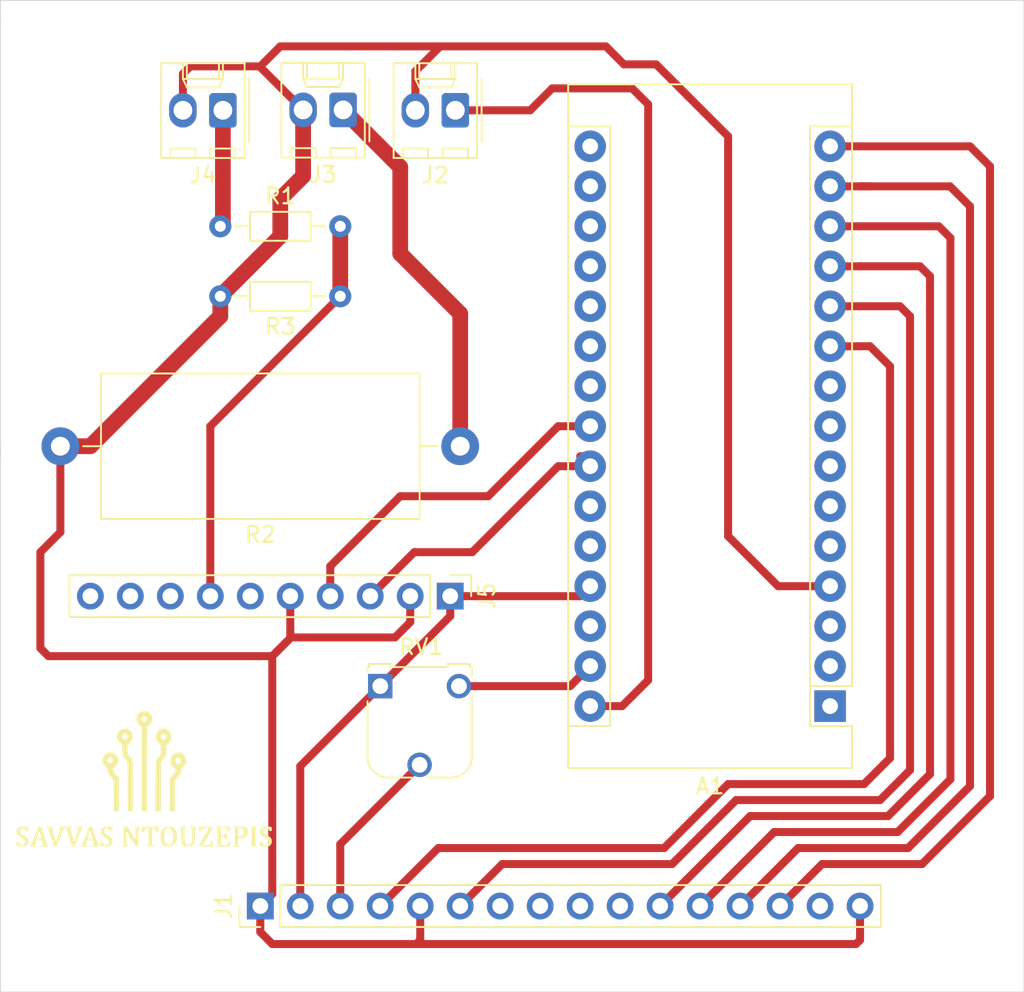
<source format=kicad_pcb>
(kicad_pcb (version 20171130) (host pcbnew "(5.1.9)-1")

  (general
    (thickness 1.6)
    (drawings 13)
    (tracks 125)
    (zones 0)
    (modules 11)
    (nets 42)
  )

  (page A4)
  (layers
    (0 F.Cu signal)
    (31 B.Cu signal)
    (32 B.Adhes user)
    (33 F.Adhes user)
    (34 B.Paste user)
    (35 F.Paste user)
    (36 B.SilkS user)
    (37 F.SilkS user)
    (38 B.Mask user)
    (39 F.Mask user)
    (40 Dwgs.User user)
    (41 Cmts.User user)
    (42 Eco1.User user)
    (43 Eco2.User user)
    (44 Edge.Cuts user)
    (45 Margin user)
    (46 B.CrtYd user)
    (47 F.CrtYd user)
    (48 B.Fab user)
    (49 F.Fab user)
  )

  (setup
    (last_trace_width 0.25)
    (user_trace_width 0.254)
    (user_trace_width 0.508)
    (user_trace_width 1)
    (trace_clearance 0.2)
    (zone_clearance 0.508)
    (zone_45_only no)
    (trace_min 0.2)
    (via_size 0.8)
    (via_drill 0.4)
    (via_min_size 0.4)
    (via_min_drill 0.3)
    (uvia_size 0.3)
    (uvia_drill 0.1)
    (uvias_allowed no)
    (uvia_min_size 0.2)
    (uvia_min_drill 0.1)
    (edge_width 0.05)
    (segment_width 0.2)
    (pcb_text_width 0.3)
    (pcb_text_size 1.5 1.5)
    (mod_edge_width 0.12)
    (mod_text_size 1 1)
    (mod_text_width 0.15)
    (pad_size 2 2)
    (pad_drill 1)
    (pad_to_mask_clearance 0)
    (aux_axis_origin 0 0)
    (grid_origin 199.015 66.425)
    (visible_elements 7FFFFFFF)
    (pcbplotparams
      (layerselection 0x00020_7ffffffe)
      (usegerberextensions false)
      (usegerberattributes true)
      (usegerberadvancedattributes true)
      (creategerberjobfile true)
      (excludeedgelayer false)
      (linewidth 0.100000)
      (plotframeref false)
      (viasonmask false)
      (mode 1)
      (useauxorigin false)
      (hpglpennumber 1)
      (hpglpenspeed 20)
      (hpglpendiameter 15.000000)
      (psnegative false)
      (psa4output false)
      (plotreference true)
      (plotvalue true)
      (plotinvisibletext false)
      (padsonsilk false)
      (subtractmaskfromsilk false)
      (outputformat 4)
      (mirror true)
      (drillshape 1)
      (scaleselection 1)
      (outputdirectory ""))
  )

  (net 0 "")
  (net 1 "Net-(A1-Pad1)")
  (net 2 "Net-(A1-Pad17)")
  (net 3 "Net-(A1-Pad2)")
  (net 4 "Net-(A1-Pad18)")
  (net 5 "Net-(A1-Pad3)")
  (net 6 "Net-(A1-Pad19)")
  (net 7 GND)
  (net 8 "Net-(A1-Pad20)")
  (net 9 "Net-(A1-Pad5)")
  (net 10 "Net-(A1-Pad21)")
  (net 11 "Net-(A1-Pad6)")
  (net 12 "Net-(A1-Pad22)")
  (net 13 "Net-(A1-Pad7)")
  (net 14 "Net-(A1-Pad8)")
  (net 15 "Net-(A1-Pad9)")
  (net 16 "Net-(A1-Pad25)")
  (net 17 D7)
  (net 18 "Net-(A1-Pad26)")
  (net 19 D8)
  (net 20 +5V)
  (net 21 D9)
  (net 22 "Net-(A1-Pad28)")
  (net 23 D10)
  (net 24 D11)
  (net 25 "Net-(A1-Pad30)")
  (net 26 D12)
  (net 27 "Net-(A1-Pad16)")
  (net 28 "Net-(J1-Pad3)")
  (net 29 "Net-(J1-Pad7)")
  (net 30 "Net-(J1-Pad8)")
  (net 31 "Net-(J1-Pad9)")
  (net 32 "Net-(J1-Pad10)")
  (net 33 VCC)
  (net 34 DividerValue)
  (net 35 SDA)
  (net 36 SCL)
  (net 37 Shunt)
  (net 38 "Net-(J5-Pad10)")
  (net 39 "Net-(J5-Pad9)")
  (net 40 "Net-(J5-Pad8)")
  (net 41 "Net-(J5-Pad6)")

  (net_class Default "This is the default net class."
    (clearance 0.2)
    (trace_width 0.25)
    (via_dia 0.8)
    (via_drill 0.4)
    (uvia_dia 0.3)
    (uvia_drill 0.1)
    (add_net +5V)
    (add_net D10)
    (add_net D11)
    (add_net D12)
    (add_net D7)
    (add_net D8)
    (add_net D9)
    (add_net DividerValue)
    (add_net GND)
    (add_net "Net-(A1-Pad1)")
    (add_net "Net-(A1-Pad16)")
    (add_net "Net-(A1-Pad17)")
    (add_net "Net-(A1-Pad18)")
    (add_net "Net-(A1-Pad19)")
    (add_net "Net-(A1-Pad2)")
    (add_net "Net-(A1-Pad20)")
    (add_net "Net-(A1-Pad21)")
    (add_net "Net-(A1-Pad22)")
    (add_net "Net-(A1-Pad25)")
    (add_net "Net-(A1-Pad26)")
    (add_net "Net-(A1-Pad28)")
    (add_net "Net-(A1-Pad3)")
    (add_net "Net-(A1-Pad30)")
    (add_net "Net-(A1-Pad5)")
    (add_net "Net-(A1-Pad6)")
    (add_net "Net-(A1-Pad7)")
    (add_net "Net-(A1-Pad8)")
    (add_net "Net-(A1-Pad9)")
    (add_net "Net-(J1-Pad10)")
    (add_net "Net-(J1-Pad3)")
    (add_net "Net-(J1-Pad7)")
    (add_net "Net-(J1-Pad8)")
    (add_net "Net-(J1-Pad9)")
    (add_net "Net-(J5-Pad10)")
    (add_net "Net-(J5-Pad6)")
    (add_net "Net-(J5-Pad8)")
    (add_net "Net-(J5-Pad9)")
    (add_net SCL)
    (add_net SDA)
    (add_net Shunt)
    (add_net VCC)
  )

  (module "Custom:logo mini" (layer F.Cu) (tedit 0) (tstamp 60C12DE3)
    (at 157.359 114.685)
    (fp_text reference G*** (at 0 0) (layer F.SilkS) hide
      (effects (font (size 1.524 1.524) (thickness 0.3)))
    )
    (fp_text value LOGO (at 0.75 0) (layer F.SilkS) hide
      (effects (font (size 1.524 1.524) (thickness 0.3)))
    )
    (fp_poly (pts (xy -7.526081 0.674058) (xy -7.478597 0.680254) (xy -7.405875 0.698967) (xy -7.373941 0.732555)
      (xy -7.366135 0.802725) (xy -7.366 0.826938) (xy -7.37045 0.908172) (xy -7.391355 0.944041)
      (xy -7.440048 0.952473) (xy -7.445375 0.9525) (xy -7.508898 0.936168) (xy -7.52475 0.905606)
      (xy -7.549137 0.855849) (xy -7.603894 0.806856) (xy -7.70819 0.771725) (xy -7.809929 0.794502)
      (xy -7.890317 0.869343) (xy -7.922816 0.957347) (xy -7.899222 1.04153) (xy -7.817175 1.125764)
      (xy -7.68335 1.209141) (xy -7.574135 1.273909) (xy -7.480751 1.340795) (xy -7.427477 1.390908)
      (xy -7.375215 1.503849) (xy -7.366348 1.637046) (xy -7.400043 1.765189) (xy -7.441947 1.831001)
      (xy -7.487599 1.87729) (xy -7.537693 1.904535) (xy -7.610818 1.918396) (xy -7.725567 1.924532)
      (xy -7.751509 1.925238) (xy -7.877194 1.926155) (xy -7.985858 1.922925) (xy -8.054792 1.916246)
      (xy -8.056563 1.915883) (xy -8.101756 1.896756) (xy -8.122712 1.852685) (xy -8.127994 1.764974)
      (xy -8.128 1.759916) (xy -8.12296 1.67002) (xy -8.10392 1.628238) (xy -8.072438 1.61945)
      (xy -8.01998 1.645073) (xy -7.96723 1.707134) (xy -7.963444 1.713561) (xy -7.889817 1.795768)
      (xy -7.800719 1.830736) (xy -7.709686 1.824609) (xy -7.630256 1.783534) (xy -7.575966 1.713657)
      (xy -7.560351 1.621123) (xy -7.582202 1.540471) (xy -7.626875 1.48782) (xy -7.710411 1.42305)
      (xy -7.806709 1.364709) (xy -7.947261 1.283689) (xy -8.038047 1.212575) (xy -8.088946 1.139487)
      (xy -8.109839 1.052546) (xy -8.112125 0.997513) (xy -8.088411 0.857944) (xy -8.016283 0.757924)
      (xy -7.894263 0.696069) (xy -7.766409 0.673661) (xy -7.643191 0.669177) (xy -7.526081 0.674058)) (layer F.SilkS) (width 0.01))
    (fp_poly (pts (xy -6.59023 0.665495) (xy -6.572305 0.673706) (xy -6.554141 0.696504) (xy -6.533057 0.740407)
      (xy -6.506369 0.811938) (xy -6.471396 0.917614) (xy -6.425454 1.063957) (xy -6.365862 1.257487)
      (xy -6.289937 1.504723) (xy -6.28577 1.518267) (xy -6.24064 1.653723) (xy -6.196984 1.765273)
      (xy -6.160444 1.839534) (xy -6.140475 1.862977) (xy -6.094831 1.890479) (xy -6.107869 1.912984)
      (xy -6.17485 1.928637) (xy -6.291032 1.935578) (xy -6.326188 1.93574) (xy -6.442619 1.933784)
      (xy -6.504743 1.927692) (xy -6.521728 1.915196) (xy -6.50274 1.894029) (xy -6.500813 1.892552)
      (xy -6.45928 1.840989) (xy -6.446791 1.762519) (xy -6.461382 1.642328) (xy -6.465094 1.623218)
      (xy -6.478396 1.5696) (xy -6.501732 1.539922) (xy -6.551022 1.527104) (xy -6.642185 1.524064)
      (xy -6.68813 1.524) (xy -6.799563 1.52603) (xy -6.864372 1.536027) (xy -6.8994 1.559848)
      (xy -6.921487 1.60335) (xy -6.922286 1.605441) (xy -6.950991 1.729942) (xy -6.939222 1.833039)
      (xy -6.897688 1.892552) (xy -6.876193 1.914809) (xy -6.890975 1.927763) (xy -6.95129 1.933918)
      (xy -7.057389 1.93574) (xy -7.272652 1.93675) (xy -7.209383 1.849437) (xy -7.176718 1.790576)
      (xy -7.127385 1.684417) (xy -7.066716 1.543228) (xy -7.005683 1.393136) (xy -6.84262 1.393136)
      (xy -6.825054 1.420324) (xy -6.779488 1.428765) (xy -6.70395 1.42883) (xy -6.683641 1.42875)
      (xy -6.589761 1.424981) (xy -6.530785 1.415224) (xy -6.519341 1.404937) (xy -6.534698 1.364991)
      (xy -6.562422 1.280696) (xy -6.597093 1.168662) (xy -6.604799 1.143) (xy -6.675919 0.904875)
      (xy -6.747044 1.095375) (xy -6.801643 1.241032) (xy -6.834159 1.336829) (xy -6.84262 1.393136)
      (xy -7.005683 1.393136) (xy -7.000047 1.379277) (xy -6.957433 1.27) (xy -6.892761 1.101467)
      (xy -6.834858 0.950849) (xy -6.788061 0.829411) (xy -6.756712 0.748418) (xy -6.746479 0.722312)
      (xy -6.696925 0.677409) (xy -6.636096 0.66675) (xy -6.6106 0.665349) (xy -6.59023 0.665495)) (layer F.SilkS) (width 0.01))
    (fp_poly (pts (xy -5.79628 0.732354) (xy -5.827033 0.771006) (xy -5.839535 0.810768) (xy -5.834161 0.869956)
      (xy -5.811287 0.966888) (xy -5.801823 1.003188) (xy -5.762894 1.146167) (xy -5.716186 1.310098)
      (xy -5.67923 1.434814) (xy -5.610464 1.66121) (xy -5.472232 1.271173) (xy -5.420159 1.119964)
      (xy -5.377054 0.986645) (xy -5.347027 0.884535) (xy -5.334192 0.826957) (xy -5.334 0.823368)
      (xy -5.358212 0.762944) (xy -5.404565 0.716175) (xy -5.428167 0.696614) (xy -5.428263 0.683009)
      (xy -5.396845 0.674289) (xy -5.325908 0.669385) (xy -5.207445 0.667229) (xy -5.034519 0.66675)
      (xy -4.593909 0.66675) (xy -4.65328 0.732354) (xy -4.684033 0.771006) (xy -4.696535 0.810768)
      (xy -4.691161 0.869956) (xy -4.668287 0.966888) (xy -4.658823 1.003188) (xy -4.619894 1.146167)
      (xy -4.573186 1.310098) (xy -4.53623 1.434814) (xy -4.467464 1.66121) (xy -4.329232 1.271173)
      (xy -4.277159 1.119964) (xy -4.234054 0.986645) (xy -4.204027 0.884535) (xy -4.191192 0.826957)
      (xy -4.191 0.823368) (xy -4.215212 0.762944) (xy -4.261565 0.716175) (xy -4.293134 0.691157)
      (xy -4.293044 0.676489) (xy -4.252196 0.669529) (xy -4.161489 0.667635) (xy -4.094878 0.667759)
      (xy -3.976198 0.669511) (xy -3.91173 0.675067) (xy -3.892202 0.686777) (xy -3.90834 0.706993)
      (xy -3.91611 0.713084) (xy -3.954706 0.762404) (xy -4.008228 0.864031) (xy -4.077496 1.019855)
      (xy -4.163328 1.231767) (xy -4.266543 1.501657) (xy -4.319077 1.643062) (xy -4.37058 1.778625)
      (xy -4.40891 1.86486) (xy -4.441059 1.912652) (xy -4.47402 1.932884) (xy -4.507624 1.936544)
      (xy -4.536542 1.933524) (xy -4.561462 1.919241) (xy -4.585962 1.885611) (xy -4.613619 1.824551)
      (xy -4.648011 1.727978) (xy -4.692713 1.58781) (xy -4.751304 1.395963) (xy -4.760909 1.364222)
      (xy -4.831991 1.135363) (xy -4.890578 0.962506) (xy -4.939447 0.840013) (xy -4.981371 0.76225)
      (xy -5.019125 0.723581) (xy -5.055484 0.71837) (xy -5.074668 0.726954) (xy -5.106315 0.77024)
      (xy -5.156309 0.870786) (xy -5.223332 1.025473) (xy -5.306065 1.231181) (xy -5.403189 1.484794)
      (xy -5.462077 1.643062) (xy -5.513575 1.778616) (xy -5.551895 1.864842) (xy -5.584031 1.91262)
      (xy -5.616974 1.932833) (xy -5.650624 1.936471) (xy -5.679742 1.933393) (xy -5.704781 1.918948)
      (xy -5.72936 1.88499) (xy -5.7571 1.823368) (xy -5.791619 1.725934) (xy -5.836537 1.584539)
      (xy -5.895474 1.391034) (xy -5.900948 1.372909) (xy -5.965288 1.167909) (xy -6.025163 0.992536)
      (xy -6.077305 0.855592) (xy -6.118444 0.765881) (xy -6.13667 0.738187) (xy -6.202319 0.66675)
      (xy -5.736909 0.66675) (xy -5.79628 0.732354)) (layer F.SilkS) (width 0.01))
    (fp_poly (pts (xy -3.35173 0.665495) (xy -3.333805 0.673706) (xy -3.315641 0.696504) (xy -3.294557 0.740407)
      (xy -3.267869 0.811938) (xy -3.232896 0.917614) (xy -3.186954 1.063957) (xy -3.127362 1.257487)
      (xy -3.051437 1.504723) (xy -3.04727 1.518267) (xy -3.00214 1.653723) (xy -2.958484 1.765273)
      (xy -2.921944 1.839534) (xy -2.901975 1.862977) (xy -2.856331 1.890479) (xy -2.869369 1.912984)
      (xy -2.93635 1.928637) (xy -3.052532 1.935578) (xy -3.087688 1.93574) (xy -3.204119 1.933784)
      (xy -3.266243 1.927692) (xy -3.283228 1.915196) (xy -3.26424 1.894029) (xy -3.262313 1.892552)
      (xy -3.22078 1.840989) (xy -3.208291 1.762519) (xy -3.222882 1.642328) (xy -3.226594 1.623218)
      (xy -3.239896 1.5696) (xy -3.263232 1.539922) (xy -3.312522 1.527104) (xy -3.403685 1.524064)
      (xy -3.44963 1.524) (xy -3.561063 1.52603) (xy -3.625872 1.536027) (xy -3.6609 1.559848)
      (xy -3.682987 1.60335) (xy -3.683786 1.605441) (xy -3.712491 1.729942) (xy -3.700722 1.833039)
      (xy -3.659188 1.892552) (xy -3.637693 1.914809) (xy -3.652475 1.927763) (xy -3.71279 1.933918)
      (xy -3.818889 1.93574) (xy -4.034152 1.93675) (xy -3.970883 1.849437) (xy -3.938218 1.790576)
      (xy -3.888885 1.684417) (xy -3.828216 1.543228) (xy -3.767183 1.393136) (xy -3.60412 1.393136)
      (xy -3.586554 1.420324) (xy -3.540988 1.428765) (xy -3.46545 1.42883) (xy -3.445141 1.42875)
      (xy -3.351261 1.424981) (xy -3.292285 1.415224) (xy -3.280841 1.404937) (xy -3.296198 1.364991)
      (xy -3.323922 1.280696) (xy -3.358593 1.168662) (xy -3.366299 1.143) (xy -3.437419 0.904875)
      (xy -3.508544 1.095375) (xy -3.563143 1.241032) (xy -3.595659 1.336829) (xy -3.60412 1.393136)
      (xy -3.767183 1.393136) (xy -3.761547 1.379277) (xy -3.718933 1.27) (xy -3.654261 1.101467)
      (xy -3.596358 0.950849) (xy -3.549561 0.829411) (xy -3.518212 0.748418) (xy -3.507979 0.722312)
      (xy -3.458425 0.677409) (xy -3.397596 0.66675) (xy -3.3721 0.665349) (xy -3.35173 0.665495)) (layer F.SilkS) (width 0.01))
    (fp_poly (pts (xy -2.192081 0.674058) (xy -2.144597 0.680254) (xy -2.071875 0.698967) (xy -2.039941 0.732555)
      (xy -2.032135 0.802725) (xy -2.032 0.826938) (xy -2.03645 0.908172) (xy -2.057355 0.944041)
      (xy -2.106048 0.952473) (xy -2.111375 0.9525) (xy -2.174898 0.936168) (xy -2.19075 0.905606)
      (xy -2.215137 0.855849) (xy -2.269894 0.806856) (xy -2.37419 0.771725) (xy -2.475929 0.794502)
      (xy -2.556317 0.869343) (xy -2.588816 0.957347) (xy -2.565222 1.04153) (xy -2.483175 1.125764)
      (xy -2.34935 1.209141) (xy -2.240135 1.273909) (xy -2.146751 1.340795) (xy -2.093477 1.390908)
      (xy -2.041215 1.503849) (xy -2.032348 1.637046) (xy -2.066043 1.765189) (xy -2.107947 1.831001)
      (xy -2.153599 1.87729) (xy -2.203693 1.904535) (xy -2.276818 1.918396) (xy -2.391567 1.924532)
      (xy -2.417509 1.925238) (xy -2.543194 1.926155) (xy -2.651858 1.922925) (xy -2.720792 1.916246)
      (xy -2.722563 1.915883) (xy -2.767756 1.896756) (xy -2.788712 1.852685) (xy -2.793994 1.764974)
      (xy -2.794 1.759916) (xy -2.78896 1.67002) (xy -2.76992 1.628238) (xy -2.738438 1.61945)
      (xy -2.68598 1.645073) (xy -2.63323 1.707134) (xy -2.629444 1.713561) (xy -2.555817 1.795768)
      (xy -2.466719 1.830736) (xy -2.375686 1.824609) (xy -2.296256 1.783534) (xy -2.241966 1.713657)
      (xy -2.226351 1.621123) (xy -2.248202 1.540471) (xy -2.292875 1.48782) (xy -2.376411 1.42305)
      (xy -2.472709 1.364709) (xy -2.613261 1.283689) (xy -2.704047 1.212575) (xy -2.754946 1.139487)
      (xy -2.775839 1.052546) (xy -2.778125 0.997513) (xy -2.754411 0.857944) (xy -2.682283 0.757924)
      (xy -2.560263 0.696069) (xy -2.432409 0.673661) (xy -2.309191 0.669177) (xy -2.192081 0.674058)) (layer F.SilkS) (width 0.01))
    (fp_poly (pts (xy -0.352712 0.67008) (xy -0.30705 0.677736) (xy -0.306051 0.693925) (xy -0.325438 0.710947)
      (xy -0.345105 0.73181) (xy -0.359554 0.766158) (xy -0.369569 0.822952) (xy -0.375931 0.911154)
      (xy -0.379425 1.039726) (xy -0.380832 1.21763) (xy -0.381 1.347046) (xy -0.381 1.940967)
      (xy -0.466837 1.930921) (xy -0.502035 1.920543) (xy -0.539764 1.892892) (xy -0.585594 1.840624)
      (xy -0.645098 1.756395) (xy -0.723844 1.632862) (xy -0.827405 1.462681) (xy -0.847779 1.42875)
      (xy -1.142885 0.936625) (xy -1.142943 1.385189) (xy -1.142466 1.562706) (xy -1.139944 1.687611)
      (xy -1.133817 1.770793) (xy -1.122526 1.823138) (xy -1.104512 1.855533) (xy -1.078215 1.878867)
      (xy -1.071563 1.883587) (xy -1.03732 1.910225) (xy -1.036999 1.925222) (xy -1.079721 1.93199)
      (xy -1.174607 1.933942) (xy -1.2065 1.934074) (xy -1.314801 1.932835) (xy -1.36894 1.926533)
      (xy -1.378205 1.91261) (xy -1.357313 1.892552) (xy -1.336933 1.870809) (xy -1.322178 1.834994)
      (xy -1.312167 1.775743) (xy -1.306019 1.683692) (xy -1.302854 1.549477) (xy -1.301791 1.363733)
      (xy -1.30175 1.30175) (xy -1.30239 1.09995) (xy -1.304897 0.95226) (xy -1.310152 0.849295)
      (xy -1.319035 0.781672) (xy -1.332428 0.740009) (xy -1.35121 0.714921) (xy -1.357313 0.709777)
      (xy -1.381638 0.685428) (xy -1.367162 0.673803) (xy -1.30445 0.672055) (xy -1.2405 0.674527)
      (xy -1.068125 0.682625) (xy -0.555625 1.521935) (xy -0.546615 1.150264) (xy -0.544049 0.984785)
      (xy -0.546536 0.871727) (xy -0.555143 0.800136) (xy -0.570936 0.759059) (xy -0.586302 0.742983)
      (xy -0.627381 0.704837) (xy -0.62006 0.681497) (xy -0.559276 0.670117) (xy -0.452438 0.667759)
      (xy -0.352712 0.67008)) (layer F.SilkS) (width 0.01))
    (fp_poly (pts (xy 0.889 0.841375) (xy 0.886113 0.942549) (xy 0.873964 0.995249) (xy 0.847317 1.014373)
      (xy 0.827639 1.016) (xy 0.769046 0.987961) (xy 0.744509 0.944562) (xy 0.689593 0.837927)
      (xy 0.609219 0.774356) (xy 0.550704 0.762) (xy 0.47625 0.762) (xy 0.47625 1.297877)
      (xy 0.476584 1.494127) (xy 0.478383 1.636659) (xy 0.482839 1.735258) (xy 0.491145 1.799704)
      (xy 0.504496 1.839781) (xy 0.524083 1.865271) (xy 0.547687 1.883587) (xy 0.579838 1.908811)
      (xy 0.580525 1.923739) (xy 0.540664 1.931121) (xy 0.451173 1.933708) (xy 0.381 1.934074)
      (xy 0.261909 1.933388) (xy 0.196972 1.928822) (xy 0.176856 1.917852) (xy 0.19223 1.897951)
      (xy 0.206375 1.886812) (xy 0.229786 1.864631) (xy 0.246974 1.832267) (xy 0.259155 1.78003)
      (xy 0.267543 1.698227) (xy 0.273354 1.577167) (xy 0.277803 1.40716) (xy 0.279903 1.300447)
      (xy 0.283318 1.104245) (xy 0.284492 0.962632) (xy 0.282472 0.866712) (xy 0.276307 0.807586)
      (xy 0.265043 0.776357) (xy 0.247728 0.764127) (xy 0.223409 0.762) (xy 0.222253 0.762)
      (xy 0.107795 0.788979) (xy 0.028277 0.868736) (xy 0.004991 0.920079) (xy -0.041402 0.996945)
      (xy -0.093599 1.016) (xy -0.131188 1.00886) (xy -0.15077 0.977344) (xy -0.157995 0.90631)
      (xy -0.15875 0.841375) (xy -0.15875 0.66675) (xy 0.889 0.66675) (xy 0.889 0.841375)) (layer F.SilkS) (width 0.01))
    (fp_poly (pts (xy 1.712922 0.682349) (xy 1.835408 0.731024) (xy 1.943676 0.831908) (xy 2.018095 0.972689)
      (xy 2.058935 1.139708) (xy 2.066465 1.319307) (xy 2.040957 1.497828) (xy 1.982679 1.661612)
      (xy 1.891902 1.797002) (xy 1.812992 1.865056) (xy 1.684076 1.918994) (xy 1.528574 1.93865)
      (xy 1.37333 1.923461) (xy 1.251583 1.876879) (xy 1.149122 1.788227) (xy 1.080356 1.663797)
      (xy 1.04231 1.4958) (xy 1.031875 1.30175) (xy 1.033912 1.264356) (xy 1.254125 1.264356)
      (xy 1.263428 1.468825) (xy 1.292974 1.619935) (xy 1.345216 1.725281) (xy 1.422611 1.792463)
      (xy 1.425195 1.793886) (xy 1.526736 1.834566) (xy 1.610956 1.82749) (xy 1.679039 1.789725)
      (xy 1.757397 1.701561) (xy 1.810198 1.57452) (xy 1.838115 1.422803) (xy 1.84182 1.26061)
      (xy 1.821987 1.102142) (xy 1.779289 0.961599) (xy 1.7144 0.853181) (xy 1.631762 0.792471)
      (xy 1.511877 0.778011) (xy 1.398881 0.823187) (xy 1.319556 0.901233) (xy 1.286269 0.956822)
      (xy 1.266308 1.025204) (xy 1.256614 1.123362) (xy 1.254125 1.264356) (xy 1.033912 1.264356)
      (xy 1.042436 1.107892) (xy 1.077922 0.960973) (xy 1.144035 0.847411) (xy 1.246481 0.753623)
      (xy 1.268474 0.738295) (xy 1.398767 0.683253) (xy 1.555538 0.664494) (xy 1.712922 0.682349)) (layer F.SilkS) (width 0.01))
    (fp_poly (pts (xy 3.129325 0.667759) (xy 3.242639 0.669374) (xy 3.301878 0.674864) (xy 3.31646 0.687167)
      (xy 3.295805 0.709222) (xy 3.286125 0.71669) (xy 3.26159 0.740493) (xy 3.243621 0.775967)
      (xy 3.230711 0.833327) (xy 3.221354 0.922783) (xy 3.214042 1.05455) (xy 3.20727 1.238839)
      (xy 3.20675 1.254832) (xy 3.200356 1.441305) (xy 3.193879 1.575325) (xy 3.185356 1.667909)
      (xy 3.172821 1.730077) (xy 3.154313 1.772847) (xy 3.127866 1.807238) (xy 3.103897 1.831907)
      (xy 3.046514 1.880453) (xy 2.982474 1.908515) (xy 2.890528 1.922877) (xy 2.802272 1.928236)
      (xy 2.637834 1.925903) (xy 2.526251 1.90127) (xy 2.504077 1.890563) (xy 2.434278 1.837742)
      (xy 2.3942 1.786896) (xy 2.383896 1.736413) (xy 2.37309 1.63511) (xy 2.362803 1.495647)
      (xy 2.354054 1.330686) (xy 2.350748 1.247493) (xy 2.343396 1.060374) (xy 2.335699 0.926448)
      (xy 2.326093 0.835416) (xy 2.313013 0.776984) (xy 2.294896 0.740854) (xy 2.270178 0.716731)
      (xy 2.270125 0.71669) (xy 2.241992 0.691659) (xy 2.246792 0.677166) (xy 2.293948 0.670251)
      (xy 2.392881 0.667955) (xy 2.425858 0.667759) (xy 2.539918 0.668092) (xy 2.600826 0.672921)
      (xy 2.618929 0.686007) (xy 2.604569 0.711107) (xy 2.590157 0.727451) (xy 2.568494 0.758761)
      (xy 2.553877 0.80354) (xy 2.545387 0.872569) (xy 2.542104 0.976631) (xy 2.543108 1.126507)
      (xy 2.545549 1.250282) (xy 2.55128 1.447795) (xy 2.560543 1.591343) (xy 2.576706 1.690458)
      (xy 2.603138 1.754677) (xy 2.643204 1.793532) (xy 2.700274 1.816558) (xy 2.749557 1.827849)
      (xy 2.833709 1.830127) (xy 2.910612 1.791321) (xy 2.939632 1.76784) (xy 3.032125 1.688315)
      (xy 3.043016 1.245022) (xy 3.04687 1.068687) (xy 3.047387 0.94445) (xy 3.043196 0.860938)
      (xy 3.032928 0.80678) (xy 3.015211 0.770602) (xy 2.988675 0.741033) (xy 2.981467 0.734239)
      (xy 2.909026 0.66675) (xy 3.129325 0.667759)) (layer F.SilkS) (width 0.01))
    (fp_poly (pts (xy 4.10412 0.668289) (xy 4.230795 0.673349) (xy 4.308265 0.682592) (xy 4.343645 0.696678)
      (xy 4.34776 0.706437) (xy 4.331938 0.745154) (xy 4.289027 0.829614) (xy 4.223933 0.950709)
      (xy 4.141562 1.099333) (xy 4.04682 1.266378) (xy 4.035631 1.285875) (xy 3.725492 1.825625)
      (xy 3.893919 1.835122) (xy 4.038384 1.832292) (xy 4.133521 1.801238) (xy 4.188979 1.737269)
      (xy 4.206817 1.683014) (xy 4.239938 1.607858) (xy 4.288772 1.5875) (xy 4.32412 1.595837)
      (xy 4.342531 1.63076) (xy 4.349197 1.707134) (xy 4.34975 1.762125) (xy 4.34975 1.93675)
      (xy 3.90525 1.93675) (xy 3.745527 1.93515) (xy 3.611301 1.930759) (xy 3.513922 1.924182)
      (xy 3.464739 1.91603) (xy 3.461011 1.912937) (xy 3.476142 1.879304) (xy 3.518203 1.799309)
      (xy 3.582448 1.681627) (xy 3.664131 1.53493) (xy 3.758505 1.367893) (xy 3.778091 1.3335)
      (xy 4.094908 0.777875) (xy 3.93753 0.768311) (xy 3.789476 0.773565) (xy 3.691451 0.812209)
      (xy 3.638038 0.886683) (xy 3.632307 0.905791) (xy 3.594223 0.969974) (xy 3.552558 0.98425)
      (xy 3.516354 0.974765) (xy 3.498313 0.936129) (xy 3.492656 0.853068) (xy 3.4925 0.8255)
      (xy 3.4925 0.66675) (xy 3.921125 0.66675) (xy 4.10412 0.668289)) (layer F.SilkS) (width 0.01))
    (fp_poly (pts (xy 5.42925 0.809625) (xy 5.425095 0.89891) (xy 5.407843 0.941131) (xy 5.370311 0.952445)
      (xy 5.36575 0.9525) (xy 5.314242 0.934696) (xy 5.30225 0.909795) (xy 5.273076 0.838756)
      (xy 5.192011 0.788334) (xy 5.068742 0.763636) (xy 5.021937 0.762) (xy 4.85775 0.762)
      (xy 4.85775 1.23825) (xy 4.968605 1.23825) (xy 5.068704 1.220025) (xy 5.119118 1.17475)
      (xy 5.172273 1.12452) (xy 5.214637 1.11125) (xy 5.247317 1.121551) (xy 5.264318 1.161983)
      (xy 5.270213 1.246832) (xy 5.2705 1.285875) (xy 5.267204 1.38803) (xy 5.25427 1.441177)
      (xy 5.227127 1.459603) (xy 5.214637 1.4605) (xy 5.154983 1.435735) (xy 5.119118 1.397)
      (xy 5.055565 1.346181) (xy 4.968605 1.3335) (xy 4.85775 1.3335) (xy 4.85775 1.8415)
      (xy 5.027454 1.8415) (xy 5.158608 1.829202) (xy 5.244713 1.786609) (xy 5.300381 1.70517)
      (xy 5.312302 1.674812) (xy 5.35632 1.629991) (xy 5.400472 1.61925) (xy 5.446267 1.627507)
      (xy 5.457318 1.664633) (xy 5.449093 1.718468) (xy 5.434733 1.808823) (xy 5.42925 1.877218)
      (xy 5.425138 1.90063) (xy 5.406386 1.916921) (xy 5.363371 1.927336) (xy 5.286468 1.933119)
      (xy 5.166051 1.935517) (xy 4.992499 1.935773) (xy 4.976812 1.93574) (xy 4.800194 1.934804)
      (xy 4.679068 1.932247) (xy 4.605425 1.927062) (xy 4.57126 1.918239) (xy 4.568567 1.904771)
      (xy 4.587875 1.886748) (xy 4.611183 1.86508) (xy 4.627984 1.834264) (xy 4.639334 1.784575)
      (xy 4.646288 1.706288) (xy 4.649903 1.589678) (xy 4.651233 1.425018) (xy 4.651375 1.30175)
      (xy 4.650895 1.104271) (xy 4.648752 0.960565) (xy 4.643891 0.860904) (xy 4.635255 0.795565)
      (xy 4.621789 0.754821) (xy 4.602438 0.728948) (xy 4.587875 0.716751) (xy 4.56808 0.697933)
      (xy 4.572149 0.684719) (xy 4.608088 0.676102) (xy 4.683903 0.671071) (xy 4.8076 0.668619)
      (xy 4.976812 0.667759) (xy 5.42925 0.66675) (xy 5.42925 0.809625)) (layer F.SilkS) (width 0.01))
    (fp_poly (pts (xy 6.192358 0.673895) (xy 6.350909 0.696339) (xy 6.461149 0.738994) (xy 6.530062 0.805765)
      (xy 6.56463 0.900553) (xy 6.57225 0.999614) (xy 6.546466 1.158656) (xy 6.471116 1.279384)
      (xy 6.349207 1.359102) (xy 6.18374 1.395115) (xy 6.129326 1.397) (xy 5.969 1.397)
      (xy 5.969 1.615377) (xy 5.971621 1.735186) (xy 5.982586 1.809061) (xy 6.006545 1.85446)
      (xy 6.040437 1.883587) (xy 6.072588 1.908811) (xy 6.073275 1.923739) (xy 6.033414 1.931121)
      (xy 5.943923 1.933708) (xy 5.87375 1.934074) (xy 5.754653 1.93339) (xy 5.689706 1.928828)
      (xy 5.669574 1.917858) (xy 5.684919 1.897951) (xy 5.699125 1.886748) (xy 5.722433 1.86508)
      (xy 5.739234 1.834264) (xy 5.750584 1.784575) (xy 5.757538 1.706288) (xy 5.761153 1.589678)
      (xy 5.762483 1.425018) (xy 5.762615 1.31011) (xy 5.969 1.31011) (xy 6.098464 1.292746)
      (xy 6.197389 1.268104) (xy 6.27746 1.229256) (xy 6.288964 1.220144) (xy 6.337228 1.139102)
      (xy 6.35 1.031875) (xy 6.330341 0.909359) (xy 6.267272 0.827839) (xy 6.154653 0.780949)
      (xy 6.098464 0.771003) (xy 5.969 0.753639) (xy 5.969 1.31011) (xy 5.762615 1.31011)
      (xy 5.762625 1.30175) (xy 5.762145 1.104271) (xy 5.760002 0.960565) (xy 5.755141 0.860904)
      (xy 5.746505 0.795565) (xy 5.733039 0.754821) (xy 5.713688 0.728948) (xy 5.699125 0.716751)
      (xy 5.676345 0.695685) (xy 5.68039 0.68179) (xy 5.719948 0.673543) (xy 5.803708 0.669419)
      (xy 5.940358 0.667897) (xy 5.978514 0.667759) (xy 6.192358 0.673895)) (layer F.SilkS) (width 0.01))
    (fp_poly (pts (xy 7.048218 0.6682) (xy 7.108998 0.673222) (xy 7.12711 0.68639) (xy 7.112966 0.711267)
      (xy 7.101045 0.724812) (xy 7.078341 0.782295) (xy 7.061167 0.889303) (xy 7.049522 1.0321)
      (xy 7.043407 1.196952) (xy 7.042822 1.370125) (xy 7.047767 1.537885) (xy 7.058241 1.686496)
      (xy 7.074245 1.802224) (xy 7.095779 1.871335) (xy 7.101045 1.878687) (xy 7.124887 1.909058)
      (xy 7.120506 1.926338) (xy 7.07749 1.934093) (xy 6.985427 1.935886) (xy 6.934358 1.93574)
      (xy 6.821392 1.934121) (xy 6.762493 1.928606) (xy 6.748236 1.916229) (xy 6.769194 1.894025)
      (xy 6.778625 1.886748) (xy 6.801933 1.86508) (xy 6.818734 1.834264) (xy 6.830084 1.784575)
      (xy 6.837038 1.706288) (xy 6.840653 1.589678) (xy 6.841983 1.425018) (xy 6.842125 1.30175)
      (xy 6.841645 1.104271) (xy 6.839502 0.960565) (xy 6.834641 0.860904) (xy 6.826005 0.795565)
      (xy 6.812539 0.754821) (xy 6.793188 0.728948) (xy 6.778625 0.716751) (xy 6.750475 0.691688)
      (xy 6.755232 0.677178) (xy 6.802322 0.670255) (xy 6.901169 0.667956) (xy 6.934358 0.667759)
      (xy 7.048218 0.6682)) (layer F.SilkS) (width 0.01))
    (fp_poly (pts (xy 7.936169 0.674058) (xy 7.983653 0.680254) (xy 8.056375 0.698967) (xy 8.088309 0.732555)
      (xy 8.096115 0.802725) (xy 8.09625 0.826938) (xy 8.0918 0.908172) (xy 8.070895 0.944041)
      (xy 8.022202 0.952473) (xy 8.016875 0.9525) (xy 7.953352 0.936168) (xy 7.9375 0.905606)
      (xy 7.913113 0.855849) (xy 7.858356 0.806856) (xy 7.75406 0.771725) (xy 7.652321 0.794502)
      (xy 7.571933 0.869343) (xy 7.539434 0.957347) (xy 7.563028 1.04153) (xy 7.645075 1.125764)
      (xy 7.7789 1.209141) (xy 7.888115 1.273909) (xy 7.981499 1.340795) (xy 8.034773 1.390908)
      (xy 8.087035 1.503849) (xy 8.095902 1.637046) (xy 8.062207 1.765189) (xy 8.020303 1.831001)
      (xy 7.974651 1.87729) (xy 7.924557 1.904535) (xy 7.851432 1.918396) (xy 7.736683 1.924532)
      (xy 7.710741 1.925238) (xy 7.585056 1.926155) (xy 7.476392 1.922925) (xy 7.407458 1.916246)
      (xy 7.405687 1.915883) (xy 7.360494 1.896756) (xy 7.339538 1.852685) (xy 7.334256 1.764974)
      (xy 7.33425 1.759916) (xy 7.33929 1.67002) (xy 7.35833 1.628238) (xy 7.389812 1.61945)
      (xy 7.44227 1.645073) (xy 7.49502 1.707134) (xy 7.498806 1.713561) (xy 7.572433 1.795768)
      (xy 7.661531 1.830736) (xy 7.752564 1.824609) (xy 7.831994 1.783534) (xy 7.886284 1.713657)
      (xy 7.901899 1.621123) (xy 7.880048 1.540471) (xy 7.835375 1.48782) (xy 7.751839 1.42305)
      (xy 7.655541 1.364709) (xy 7.514989 1.283689) (xy 7.424203 1.212575) (xy 7.373304 1.139487)
      (xy 7.352411 1.052546) (xy 7.350125 0.997513) (xy 7.373839 0.857944) (xy 7.445967 0.757924)
      (xy 7.567987 0.696069) (xy 7.695841 0.673661) (xy 7.819059 0.669177) (xy 7.936169 0.674058)) (layer F.SilkS) (width 0.01))
    (fp_poly (pts (xy -2.064172 -4.039834) (xy -1.91953 -3.986408) (xy -1.797544 -3.892016) (xy -1.708319 -3.764012)
      (xy -1.661963 -3.609754) (xy -1.662655 -3.471501) (xy -1.707098 -3.308173) (xy -1.795009 -3.183971)
      (xy -1.892411 -3.10947) (xy -1.971543 -3.04508) (xy -2.00343 -2.97354) (xy -1.986761 -2.887586)
      (xy -1.920226 -2.779952) (xy -1.80975 -2.651125) (xy -1.61925 -2.446352) (xy -1.61925 -0.3175)
      (xy -1.93675 -0.3175) (xy -1.93675 -1.252059) (xy -1.937935 -1.54242) (xy -1.941382 -1.791723)
      (xy -1.946933 -1.995115) (xy -1.954428 -2.147741) (xy -1.963708 -2.244747) (xy -1.970282 -2.274812)
      (xy -2.009137 -2.342782) (xy -2.078142 -2.434744) (xy -2.158543 -2.526611) (xy -2.268712 -2.666226)
      (xy -2.333801 -2.800528) (xy -2.349589 -2.9192) (xy -2.338663 -2.966946) (xy -2.351756 -3.017106)
      (xy -2.41578 -3.087206) (xy -2.447256 -3.113485) (xy -2.571251 -3.234026) (xy -2.641345 -3.363706)
      (xy -2.666536 -3.520386) (xy -2.666935 -3.545642) (xy -2.3495 -3.545642) (xy -2.323271 -3.455509)
      (xy -2.257467 -3.393792) (xy -2.171415 -3.368898) (xy -2.08444 -3.389237) (xy -2.050143 -3.415393)
      (xy -2.005538 -3.496956) (xy -2.008653 -3.586387) (xy -2.051785 -3.663903) (xy -2.127231 -3.70972)
      (xy -2.166706 -3.71475) (xy -2.252651 -3.688994) (xy -2.321199 -3.625815) (xy -2.349498 -3.546355)
      (xy -2.3495 -3.545642) (xy -2.666935 -3.545642) (xy -2.667 -3.549729) (xy -2.639258 -3.721319)
      (xy -2.555735 -3.86292) (xy -2.415983 -3.975224) (xy -2.380994 -3.99436) (xy -2.221362 -4.044937)
      (xy -2.064172 -4.039834)) (layer F.SilkS) (width 0.01))
    (fp_poly (pts (xy -1.054589 -5.528492) (xy -0.908285 -5.449693) (xy -0.801677 -5.32657) (xy -0.74142 -5.165841)
      (xy -0.73025 -5.047775) (xy -0.741775 -4.962361) (xy -0.771096 -4.862358) (xy -0.810335 -4.766939)
      (xy -0.851613 -4.695275) (xy -0.886909 -4.666545) (xy -0.922382 -4.648637) (xy -0.979655 -4.608325)
      (xy -1.020214 -4.568056) (xy -1.045248 -4.512775) (xy -1.060043 -4.425205) (xy -1.068119 -4.319309)
      (xy -1.068561 -4.126098) (xy -1.040783 -3.976071) (xy -0.980155 -3.853457) (xy -0.905343 -3.76496)
      (xy -0.833342 -3.686365) (xy -0.777605 -3.614091) (xy -0.765622 -3.594518) (xy -0.756617 -3.552172)
      (xy -0.749013 -3.460072) (xy -0.742765 -3.31614) (xy -0.737829 -3.118299) (xy -0.734163 -2.86447)
      (xy -0.73172 -2.552575) (xy -0.730459 -2.180537) (xy -0.73025 -1.922963) (xy -0.73025 -0.3175)
      (xy -1.04775 -0.3175) (xy -1.04775 -1.843588) (xy -1.048354 -2.243982) (xy -1.050196 -2.582946)
      (xy -1.053321 -2.862536) (xy -1.057775 -3.084812) (xy -1.063605 -3.251829) (xy -1.070855 -3.365648)
      (xy -1.079572 -3.428324) (xy -1.083209 -3.439025) (xy -1.124554 -3.499856) (xy -1.193669 -3.583411)
      (xy -1.249896 -3.644576) (xy -1.381125 -3.780776) (xy -1.391709 -4.159941) (xy -1.402292 -4.539106)
      (xy -1.530734 -4.640833) (xy -1.661426 -4.777928) (xy -1.731319 -4.932288) (xy -1.73707 -5.04825)
      (xy -1.42875 -5.04825) (xy -1.406981 -5.002786) (xy -1.355665 -4.941536) (xy -1.295792 -4.886138)
      (xy -1.24835 -4.858232) (xy -1.243975 -4.85775) (xy -1.201238 -4.875772) (xy -1.136546 -4.919554)
      (xy -1.131407 -4.923555) (xy -1.073392 -4.986398) (xy -1.047811 -5.048168) (xy -1.04775 -5.050555)
      (xy -1.072119 -5.122422) (xy -1.130135 -5.191816) (xy -1.199159 -5.23454) (xy -1.223819 -5.23875)
      (xy -1.278957 -5.216643) (xy -1.346234 -5.164028) (xy -1.403528 -5.101468) (xy -1.428722 -5.049524)
      (xy -1.42875 -5.04825) (xy -1.73707 -5.04825) (xy -1.739672 -5.100703) (xy -1.685747 -5.279964)
      (xy -1.680498 -5.291029) (xy -1.584803 -5.430227) (xy -1.455712 -5.517138) (xy -1.288834 -5.554372)
      (xy -1.233936 -5.55625) (xy -1.054589 -5.528492)) (layer F.SilkS) (width 0.01))
    (fp_poly (pts (xy 0.215799 -6.610564) (xy 0.340807 -6.524842) (xy 0.438712 -6.417826) (xy 0.460408 -6.381686)
      (xy 0.503032 -6.235113) (xy 0.495741 -6.076165) (xy 0.443171 -5.924974) (xy 0.349955 -5.80167)
      (xy 0.32141 -5.777982) (xy 0.250367 -5.723755) (xy 0.198437 -5.682344) (xy 0.191087 -5.663619)
      (xy 0.184636 -5.618334) (xy 0.179037 -5.543119) (xy 0.174239 -5.434605) (xy 0.170192 -5.289421)
      (xy 0.166847 -5.104199) (xy 0.164155 -4.875569) (xy 0.162067 -4.60016) (xy 0.160531 -4.274604)
      (xy 0.159499 -3.895531) (xy 0.158922 -3.45957) (xy 0.15875 -2.983249) (xy 0.15875 -0.3175)
      (xy -0.15875 -0.3175) (xy -0.15875 -5.646165) (xy -0.286706 -5.747507) (xy -0.410962 -5.866106)
      (xy -0.480756 -5.989129) (xy -0.503882 -6.133525) (xy -0.501108 -6.206969) (xy -0.177502 -6.206969)
      (xy -0.174368 -6.116554) (xy -0.126621 -6.048021) (xy -0.05134 -6.008214) (xy 0.034394 -6.003976)
      (xy 0.113502 -6.04215) (xy 0.144399 -6.077996) (xy 0.176845 -6.150776) (xy 0.162504 -6.215887)
      (xy 0.160278 -6.220144) (xy 0.091933 -6.297307) (xy 0.005391 -6.330295) (xy -0.08133 -6.31981)
      (xy -0.150215 -6.266556) (xy -0.177502 -6.206969) (xy -0.501108 -6.206969) (xy -0.500867 -6.213338)
      (xy -0.483339 -6.330331) (xy -0.445503 -6.415521) (xy -0.379419 -6.494508) (xy -0.239257 -6.598103)
      (xy -0.074777 -6.654091) (xy 0.089117 -6.656195) (xy 0.215799 -6.610564)) (layer F.SilkS) (width 0.01))
    (fp_poly (pts (xy 1.350753 -5.541739) (xy 1.496488 -5.478276) (xy 1.618984 -5.369069) (xy 1.66294 -5.30529)
      (xy 1.714721 -5.169911) (xy 1.728615 -5.020683) (xy 1.707512 -4.874726) (xy 1.654303 -4.749162)
      (xy 1.571878 -4.661112) (xy 1.552219 -4.64955) (xy 1.477884 -4.599145) (xy 1.429754 -4.531311)
      (xy 1.403276 -4.433124) (xy 1.393899 -4.291656) (xy 1.394199 -4.200754) (xy 1.39005 -3.99939)
      (xy 1.366417 -3.84413) (xy 1.318263 -3.719241) (xy 1.240547 -3.608993) (xy 1.186311 -3.551767)
      (xy 1.04775 -3.415779) (xy 1.04775 -0.3175) (xy 0.696816 -0.3175) (xy 0.705595 -1.932931)
      (xy 0.714375 -3.548361) (xy 0.862954 -3.707183) (xy 0.974735 -3.84637) (xy 1.039609 -3.983591)
      (xy 1.063571 -4.138416) (xy 1.052949 -4.327618) (xy 1.035766 -4.44572) (xy 1.011965 -4.523401)
      (xy 0.970457 -4.583583) (xy 0.900152 -4.649188) (xy 0.895395 -4.653267) (xy 0.776656 -4.792017)
      (xy 0.71626 -4.950342) (xy 0.715709 -5.057956) (xy 1.04775 -5.057956) (xy 1.071626 -4.957385)
      (xy 1.132427 -4.889263) (xy 1.213913 -4.861168) (xy 1.299841 -4.880673) (xy 1.346833 -4.918443)
      (xy 1.390291 -5.007849) (xy 1.381689 -5.10441) (xy 1.324962 -5.185338) (xy 1.297471 -5.20411)
      (xy 1.231123 -5.232983) (xy 1.177022 -5.223778) (xy 1.130783 -5.196442) (xy 1.061176 -5.12042)
      (xy 1.04775 -5.057956) (xy 0.715709 -5.057956) (xy 0.71539 -5.120159) (xy 0.775229 -5.293385)
      (xy 0.79629 -5.330546) (xy 0.904547 -5.453861) (xy 1.041739 -5.529912) (xy 1.194822 -5.559078)
      (xy 1.350753 -5.541739)) (layer F.SilkS) (width 0.01))
    (fp_poly (pts (xy 2.328219 -4.010474) (xy 2.474693 -3.929683) (xy 2.586044 -3.806988) (xy 2.652475 -3.65217)
      (xy 2.667 -3.529932) (xy 2.655454 -3.395347) (xy 2.614275 -3.283168) (xy 2.533648 -3.17279)
      (xy 2.461157 -3.09779) (xy 2.380629 -3.014437) (xy 2.337436 -2.949628) (xy 2.320295 -2.881054)
      (xy 2.31775 -2.814225) (xy 2.313929 -2.740254) (xy 2.296821 -2.67816) (xy 2.257957 -2.611992)
      (xy 2.188869 -2.5258) (xy 2.12725 -2.455432) (xy 1.93675 -2.240828) (xy 1.93675 -0.3175)
      (xy 1.61925 -0.3175) (xy 1.61925 -2.414602) (xy 1.80975 -2.619375) (xy 1.896255 -2.719508)
      (xy 1.962151 -2.809424) (xy 1.997172 -2.874561) (xy 2.00025 -2.889634) (xy 1.978485 -2.945472)
      (xy 1.921961 -3.024148) (xy 1.857836 -3.09353) (xy 1.746828 -3.215656) (xy 1.68221 -3.328532)
      (xy 1.654265 -3.452639) (xy 1.652003 -3.505871) (xy 1.987087 -3.505871) (xy 2.012256 -3.418656)
      (xy 2.069984 -3.355787) (xy 2.148202 -3.329933) (xy 2.234842 -3.353762) (xy 2.241559 -3.358049)
      (xy 2.300898 -3.424536) (xy 2.330296 -3.50981) (xy 2.3206 -3.582424) (xy 2.249228 -3.669635)
      (xy 2.164927 -3.706155) (xy 2.082263 -3.690949) (xy 2.015801 -3.622981) (xy 2.006545 -3.604763)
      (xy 1.987087 -3.505871) (xy 1.652003 -3.505871) (xy 1.651 -3.529457) (xy 1.67946 -3.70536)
      (xy 1.759129 -3.852629) (xy 1.881437 -3.962614) (xy 2.037813 -4.026666) (xy 2.156422 -4.039577)
      (xy 2.328219 -4.010474)) (layer F.SilkS) (width 0.01))
  )

  (module Module:Arduino_Nano (layer F.Cu) (tedit 60BD2BDD) (tstamp 60BAA4E9)
    (at 200.92 107.7 180)
    (descr "Arduino Nano, http://www.mouser.com/pdfdocs/Gravitech_Arduino_Nano3_0.pdf")
    (tags "Arduino Nano")
    (path /606E4ADD)
    (fp_text reference A1 (at 7.62 -5.08 180) (layer F.SilkS)
      (effects (font (size 1 1) (thickness 0.15)))
    )
    (fp_text value Arduino_Nano_v3.x (at 8.89 19.05 270) (layer F.Fab)
      (effects (font (size 1 1) (thickness 0.15)))
    )
    (fp_line (start 1.27 1.27) (end 1.27 -1.27) (layer F.SilkS) (width 0.12))
    (fp_line (start 1.27 -1.27) (end -1.4 -1.27) (layer F.SilkS) (width 0.12))
    (fp_line (start -1.4 1.27) (end -1.4 39.5) (layer F.SilkS) (width 0.12))
    (fp_line (start -1.4 -3.94) (end -1.4 -1.27) (layer F.SilkS) (width 0.12))
    (fp_line (start 13.97 -1.27) (end 16.64 -1.27) (layer F.SilkS) (width 0.12))
    (fp_line (start 13.97 -1.27) (end 13.97 36.83) (layer F.SilkS) (width 0.12))
    (fp_line (start 13.97 36.83) (end 16.64 36.83) (layer F.SilkS) (width 0.12))
    (fp_line (start 1.27 1.27) (end -1.4 1.27) (layer F.SilkS) (width 0.12))
    (fp_line (start 1.27 1.27) (end 1.27 36.83) (layer F.SilkS) (width 0.12))
    (fp_line (start 1.27 36.83) (end -1.4 36.83) (layer F.SilkS) (width 0.12))
    (fp_line (start 3.81 31.75) (end 11.43 31.75) (layer F.Fab) (width 0.1))
    (fp_line (start 11.43 31.75) (end 11.43 41.91) (layer F.Fab) (width 0.1))
    (fp_line (start 11.43 41.91) (end 3.81 41.91) (layer F.Fab) (width 0.1))
    (fp_line (start 3.81 41.91) (end 3.81 31.75) (layer F.Fab) (width 0.1))
    (fp_line (start -1.4 39.5) (end 16.64 39.5) (layer F.SilkS) (width 0.12))
    (fp_line (start 16.64 39.5) (end 16.64 -3.94) (layer F.SilkS) (width 0.12))
    (fp_line (start 16.64 -3.94) (end -1.4 -3.94) (layer F.SilkS) (width 0.12))
    (fp_line (start 16.51 39.37) (end -1.27 39.37) (layer F.Fab) (width 0.1))
    (fp_line (start -1.27 39.37) (end -1.27 -2.54) (layer F.Fab) (width 0.1))
    (fp_line (start -1.27 -2.54) (end 0 -3.81) (layer F.Fab) (width 0.1))
    (fp_line (start 0 -3.81) (end 16.51 -3.81) (layer F.Fab) (width 0.1))
    (fp_line (start 16.51 -3.81) (end 16.51 39.37) (layer F.Fab) (width 0.1))
    (fp_line (start -1.53 -4.06) (end 16.75 -4.06) (layer F.CrtYd) (width 0.05))
    (fp_line (start -1.53 -4.06) (end -1.53 42.16) (layer F.CrtYd) (width 0.05))
    (fp_line (start 16.75 42.16) (end 16.75 -4.06) (layer F.CrtYd) (width 0.05))
    (fp_line (start 16.75 42.16) (end -1.53 42.16) (layer F.CrtYd) (width 0.05))
    (fp_text user %R (at 6.35 19.05 270) (layer F.Fab)
      (effects (font (size 1 1) (thickness 0.15)))
    )
    (pad 16 thru_hole oval (at 15.24 35.56 180) (size 2 2) (drill 1) (layers *.Cu *.Mask)
      (net 27 "Net-(A1-Pad16)"))
    (pad 15 thru_hole oval (at 0 35.56 180) (size 2 2) (drill 1) (layers *.Cu *.Mask)
      (net 26 D12))
    (pad 30 thru_hole oval (at 15.24 0 180) (size 2 2) (drill 1) (layers *.Cu *.Mask)
      (net 25 "Net-(A1-Pad30)"))
    (pad 14 thru_hole oval (at 0 33.02 180) (size 2 2) (drill 1) (layers *.Cu *.Mask)
      (net 24 D11))
    (pad 29 thru_hole oval (at 15.24 2.54 180) (size 2 2) (drill 1) (layers *.Cu *.Mask)
      (net 7 GND))
    (pad 13 thru_hole oval (at 0 30.48 180) (size 2 2) (drill 1) (layers *.Cu *.Mask)
      (net 23 D10))
    (pad 28 thru_hole oval (at 15.24 5.08 180) (size 2 2) (drill 1) (layers *.Cu *.Mask)
      (net 22 "Net-(A1-Pad28)"))
    (pad 12 thru_hole oval (at 0 27.94 180) (size 2 2) (drill 1) (layers *.Cu *.Mask)
      (net 21 D9))
    (pad 27 thru_hole oval (at 15.24 7.62 180) (size 2 2) (drill 1) (layers *.Cu *.Mask)
      (net 20 +5V))
    (pad 11 thru_hole oval (at 0 25.4 180) (size 2 2) (drill 1) (layers *.Cu *.Mask)
      (net 19 D8))
    (pad 26 thru_hole oval (at 15.24 10.16 180) (size 2 2) (drill 1) (layers *.Cu *.Mask)
      (net 18 "Net-(A1-Pad26)"))
    (pad 10 thru_hole oval (at 0 22.86 180) (size 2 2) (drill 1) (layers *.Cu *.Mask)
      (net 17 D7))
    (pad 25 thru_hole oval (at 15.24 12.7 180) (size 2 2) (drill 1) (layers *.Cu *.Mask)
      (net 16 "Net-(A1-Pad25)"))
    (pad 9 thru_hole oval (at 0 20.32 180) (size 2 2) (drill 1) (layers *.Cu *.Mask)
      (net 15 "Net-(A1-Pad9)"))
    (pad 24 thru_hole oval (at 15.24 15.24 180) (size 2 2) (drill 1) (layers *.Cu *.Mask)
      (net 36 SCL))
    (pad 8 thru_hole oval (at 0 17.78 180) (size 2 2) (drill 1) (layers *.Cu *.Mask)
      (net 14 "Net-(A1-Pad8)"))
    (pad 23 thru_hole oval (at 15.24 17.78 180) (size 2 2) (drill 1) (layers *.Cu *.Mask)
      (net 35 SDA))
    (pad 7 thru_hole oval (at 0 15.24 180) (size 2 2) (drill 1) (layers *.Cu *.Mask)
      (net 13 "Net-(A1-Pad7)"))
    (pad 22 thru_hole oval (at 15.24 20.32 180) (size 2 2) (drill 1) (layers *.Cu *.Mask)
      (net 12 "Net-(A1-Pad22)"))
    (pad 6 thru_hole oval (at 0 12.7 180) (size 2 2) (drill 1) (layers *.Cu *.Mask)
      (net 11 "Net-(A1-Pad6)"))
    (pad 21 thru_hole oval (at 15.24 22.86 180) (size 2 2) (drill 1) (layers *.Cu *.Mask)
      (net 10 "Net-(A1-Pad21)"))
    (pad 5 thru_hole oval (at 0 10.16 180) (size 2 2) (drill 1) (layers *.Cu *.Mask)
      (net 9 "Net-(A1-Pad5)"))
    (pad 20 thru_hole oval (at 15.24 25.4 180) (size 2 2) (drill 1) (layers *.Cu *.Mask)
      (net 8 "Net-(A1-Pad20)"))
    (pad 4 thru_hole oval (at 0 7.62 180) (size 2 2) (drill 1) (layers *.Cu *.Mask)
      (net 7 GND))
    (pad 19 thru_hole oval (at 15.24 27.94 180) (size 2 2) (drill 1) (layers *.Cu *.Mask)
      (net 6 "Net-(A1-Pad19)"))
    (pad 3 thru_hole oval (at 0 5.08 180) (size 2 2) (drill 1) (layers *.Cu *.Mask)
      (net 5 "Net-(A1-Pad3)"))
    (pad 18 thru_hole oval (at 15.24 30.48 180) (size 2 2) (drill 1) (layers *.Cu *.Mask)
      (net 4 "Net-(A1-Pad18)"))
    (pad 2 thru_hole oval (at 0 2.54 180) (size 2 2) (drill 1) (layers *.Cu *.Mask)
      (net 3 "Net-(A1-Pad2)"))
    (pad 17 thru_hole oval (at 15.24 33.02 180) (size 2 2) (drill 1) (layers *.Cu *.Mask)
      (net 2 "Net-(A1-Pad17)"))
    (pad 1 thru_hole rect (at 0 0 180) (size 2 2) (drill 1) (layers *.Cu *.Mask)
      (net 1 "Net-(A1-Pad1)"))
    (model ${KISYS3DMOD}/Module.3dshapes/Arduino_Nano_WithMountingHoles.wrl
      (at (xyz 0 0 0))
      (scale (xyz 1 1 1))
      (rotate (xyz 0 0 0))
    )
  )

  (module Connector_PinHeader_2.54mm:PinHeader_1x10_P2.54mm_Vertical (layer F.Cu) (tedit 59FED5CC) (tstamp 60BAD9CE)
    (at 176.79 100.715 270)
    (descr "Through hole straight pin header, 1x10, 2.54mm pitch, single row")
    (tags "Through hole pin header THT 1x10 2.54mm single row")
    (path /60C551FB)
    (fp_text reference J5 (at 0 -2.33 90) (layer F.SilkS)
      (effects (font (size 1 1) (thickness 0.15)))
    )
    (fp_text value ADC (at 0 25.19 90) (layer F.Fab)
      (effects (font (size 1 1) (thickness 0.15)))
    )
    (fp_line (start -0.635 -1.27) (end 1.27 -1.27) (layer F.Fab) (width 0.1))
    (fp_line (start 1.27 -1.27) (end 1.27 24.13) (layer F.Fab) (width 0.1))
    (fp_line (start 1.27 24.13) (end -1.27 24.13) (layer F.Fab) (width 0.1))
    (fp_line (start -1.27 24.13) (end -1.27 -0.635) (layer F.Fab) (width 0.1))
    (fp_line (start -1.27 -0.635) (end -0.635 -1.27) (layer F.Fab) (width 0.1))
    (fp_line (start -1.33 24.19) (end 1.33 24.19) (layer F.SilkS) (width 0.12))
    (fp_line (start -1.33 1.27) (end -1.33 24.19) (layer F.SilkS) (width 0.12))
    (fp_line (start 1.33 1.27) (end 1.33 24.19) (layer F.SilkS) (width 0.12))
    (fp_line (start -1.33 1.27) (end 1.33 1.27) (layer F.SilkS) (width 0.12))
    (fp_line (start -1.33 0) (end -1.33 -1.33) (layer F.SilkS) (width 0.12))
    (fp_line (start -1.33 -1.33) (end 0 -1.33) (layer F.SilkS) (width 0.12))
    (fp_line (start -1.8 -1.8) (end -1.8 24.65) (layer F.CrtYd) (width 0.05))
    (fp_line (start -1.8 24.65) (end 1.8 24.65) (layer F.CrtYd) (width 0.05))
    (fp_line (start 1.8 24.65) (end 1.8 -1.8) (layer F.CrtYd) (width 0.05))
    (fp_line (start 1.8 -1.8) (end -1.8 -1.8) (layer F.CrtYd) (width 0.05))
    (fp_text user %R (at 0 11.43) (layer F.Fab)
      (effects (font (size 1 1) (thickness 0.15)))
    )
    (pad 10 thru_hole oval (at 0 22.86 270) (size 1.7 1.7) (drill 1) (layers *.Cu *.Mask)
      (net 38 "Net-(J5-Pad10)"))
    (pad 9 thru_hole oval (at 0 20.32 270) (size 1.7 1.7) (drill 1) (layers *.Cu *.Mask)
      (net 39 "Net-(J5-Pad9)"))
    (pad 8 thru_hole oval (at 0 17.78 270) (size 1.7 1.7) (drill 1) (layers *.Cu *.Mask)
      (net 40 "Net-(J5-Pad8)"))
    (pad 7 thru_hole oval (at 0 15.24 270) (size 1.7 1.7) (drill 1) (layers *.Cu *.Mask)
      (net 34 DividerValue))
    (pad 6 thru_hole oval (at 0 12.7 270) (size 1.7 1.7) (drill 1) (layers *.Cu *.Mask)
      (net 41 "Net-(J5-Pad6)"))
    (pad 5 thru_hole oval (at 0 10.16 270) (size 1.7 1.7) (drill 1) (layers *.Cu *.Mask)
      (net 7 GND))
    (pad 4 thru_hole oval (at 0 7.62 270) (size 1.7 1.7) (drill 1) (layers *.Cu *.Mask)
      (net 35 SDA))
    (pad 3 thru_hole oval (at 0 5.08 270) (size 1.7 1.7) (drill 1) (layers *.Cu *.Mask)
      (net 36 SCL))
    (pad 2 thru_hole oval (at 0 2.54 270) (size 1.7 1.7) (drill 1) (layers *.Cu *.Mask)
      (net 7 GND))
    (pad 1 thru_hole rect (at 0 0 270) (size 1.7 1.7) (drill 1) (layers *.Cu *.Mask)
      (net 20 +5V))
    (model ${KISYS3DMOD}/Connector_PinHeader_2.54mm.3dshapes/PinHeader_1x10_P2.54mm_Vertical.wrl
      (at (xyz 0 0 0))
      (scale (xyz 1 1 1))
      (rotate (xyz 0 0 0))
    )
  )

  (module Resistor_THT:R_Axial_DIN0922_L20.0mm_D9.0mm_P25.40mm_Horizontal (layer F.Cu) (tedit 5AE5139B) (tstamp 60BAA5A7)
    (at 177.425 91.19 180)
    (descr "Resistor, Axial_DIN0922 series, Axial, Horizontal, pin pitch=25.4mm, 5W, length*diameter=20*9mm^2, http://www.vishay.com/docs/20128/wkxwrx.pdf")
    (tags "Resistor Axial_DIN0922 series Axial Horizontal pin pitch 25.4mm 5W length 20mm diameter 9mm")
    (path /60BDD391)
    (fp_text reference R2 (at 12.7 -5.62) (layer F.SilkS)
      (effects (font (size 1 1) (thickness 0.15)))
    )
    (fp_text value 0.1ohm (at 12.7 5.62) (layer F.Fab)
      (effects (font (size 1 1) (thickness 0.15)))
    )
    (fp_line (start 26.85 -4.75) (end -1.45 -4.75) (layer F.CrtYd) (width 0.05))
    (fp_line (start 26.85 4.75) (end 26.85 -4.75) (layer F.CrtYd) (width 0.05))
    (fp_line (start -1.45 4.75) (end 26.85 4.75) (layer F.CrtYd) (width 0.05))
    (fp_line (start -1.45 -4.75) (end -1.45 4.75) (layer F.CrtYd) (width 0.05))
    (fp_line (start 23.96 0) (end 22.82 0) (layer F.SilkS) (width 0.12))
    (fp_line (start 1.44 0) (end 2.58 0) (layer F.SilkS) (width 0.12))
    (fp_line (start 22.82 -4.62) (end 2.58 -4.62) (layer F.SilkS) (width 0.12))
    (fp_line (start 22.82 4.62) (end 22.82 -4.62) (layer F.SilkS) (width 0.12))
    (fp_line (start 2.58 4.62) (end 22.82 4.62) (layer F.SilkS) (width 0.12))
    (fp_line (start 2.58 -4.62) (end 2.58 4.62) (layer F.SilkS) (width 0.12))
    (fp_line (start 25.4 0) (end 22.7 0) (layer F.Fab) (width 0.1))
    (fp_line (start 0 0) (end 2.7 0) (layer F.Fab) (width 0.1))
    (fp_line (start 22.7 -4.5) (end 2.7 -4.5) (layer F.Fab) (width 0.1))
    (fp_line (start 22.7 4.5) (end 22.7 -4.5) (layer F.Fab) (width 0.1))
    (fp_line (start 2.7 4.5) (end 22.7 4.5) (layer F.Fab) (width 0.1))
    (fp_line (start 2.7 -4.5) (end 2.7 4.5) (layer F.Fab) (width 0.1))
    (fp_text user %R (at 12.7 0) (layer F.Fab)
      (effects (font (size 1 1) (thickness 0.15)))
    )
    (pad 1 thru_hole circle (at 0 0 180) (size 2.4 2.4) (drill 1.2) (layers *.Cu *.Mask)
      (net 37 Shunt))
    (pad 2 thru_hole oval (at 25.4 0 180) (size 2.4 2.4) (drill 1.2) (layers *.Cu *.Mask)
      (net 7 GND))
    (model ${KISYS3DMOD}/Resistor_THT.3dshapes/R_Axial_DIN0922_L20.0mm_D9.0mm_P25.40mm_Horizontal.wrl
      (at (xyz 0 0 0))
      (scale (xyz 1 1 1))
      (rotate (xyz 0 0 0))
    )
  )

  (module Connector_PinHeader_2.54mm:PinHeader_1x16_P2.54mm_Vertical (layer F.Cu) (tedit 59FED5CC) (tstamp 60BAA50D)
    (at 164.725 120.4 90)
    (descr "Through hole straight pin header, 1x16, 2.54mm pitch, single row")
    (tags "Through hole pin header THT 1x16 2.54mm single row")
    (path /60BB1295)
    (fp_text reference J1 (at 0 -2.33 90) (layer F.SilkS)
      (effects (font (size 1 1) (thickness 0.15)))
    )
    (fp_text value LCD (at 0 40.43 90) (layer F.Fab)
      (effects (font (size 1 1) (thickness 0.15)))
    )
    (fp_line (start -0.635 -1.27) (end 1.27 -1.27) (layer F.Fab) (width 0.1))
    (fp_line (start 1.27 -1.27) (end 1.27 39.37) (layer F.Fab) (width 0.1))
    (fp_line (start 1.27 39.37) (end -1.27 39.37) (layer F.Fab) (width 0.1))
    (fp_line (start -1.27 39.37) (end -1.27 -0.635) (layer F.Fab) (width 0.1))
    (fp_line (start -1.27 -0.635) (end -0.635 -1.27) (layer F.Fab) (width 0.1))
    (fp_line (start -1.33 39.43) (end 1.33 39.43) (layer F.SilkS) (width 0.12))
    (fp_line (start -1.33 1.27) (end -1.33 39.43) (layer F.SilkS) (width 0.12))
    (fp_line (start 1.33 1.27) (end 1.33 39.43) (layer F.SilkS) (width 0.12))
    (fp_line (start -1.33 1.27) (end 1.33 1.27) (layer F.SilkS) (width 0.12))
    (fp_line (start -1.33 0) (end -1.33 -1.33) (layer F.SilkS) (width 0.12))
    (fp_line (start -1.33 -1.33) (end 0 -1.33) (layer F.SilkS) (width 0.12))
    (fp_line (start -1.8 -1.8) (end -1.8 39.9) (layer F.CrtYd) (width 0.05))
    (fp_line (start -1.8 39.9) (end 1.8 39.9) (layer F.CrtYd) (width 0.05))
    (fp_line (start 1.8 39.9) (end 1.8 -1.8) (layer F.CrtYd) (width 0.05))
    (fp_line (start 1.8 -1.8) (end -1.8 -1.8) (layer F.CrtYd) (width 0.05))
    (fp_text user %R (at 0 19.05) (layer F.Fab)
      (effects (font (size 1 1) (thickness 0.15)))
    )
    (pad 16 thru_hole oval (at 0 38.1 90) (size 1.7 1.7) (drill 1) (layers *.Cu *.Mask)
      (net 7 GND))
    (pad 15 thru_hole oval (at 0 35.56 90) (size 1.7 1.7) (drill 1) (layers *.Cu *.Mask)
      (net 20 +5V))
    (pad 14 thru_hole oval (at 0 33.02 90) (size 1.7 1.7) (drill 1) (layers *.Cu *.Mask)
      (net 26 D12))
    (pad 13 thru_hole oval (at 0 30.48 90) (size 1.7 1.7) (drill 1) (layers *.Cu *.Mask)
      (net 24 D11))
    (pad 12 thru_hole oval (at 0 27.94 90) (size 1.7 1.7) (drill 1) (layers *.Cu *.Mask)
      (net 23 D10))
    (pad 11 thru_hole oval (at 0 25.4 90) (size 1.7 1.7) (drill 1) (layers *.Cu *.Mask)
      (net 21 D9))
    (pad 10 thru_hole oval (at 0 22.86 90) (size 1.7 1.7) (drill 1) (layers *.Cu *.Mask)
      (net 32 "Net-(J1-Pad10)"))
    (pad 9 thru_hole oval (at 0 20.32 90) (size 1.7 1.7) (drill 1) (layers *.Cu *.Mask)
      (net 31 "Net-(J1-Pad9)"))
    (pad 8 thru_hole oval (at 0 17.78 90) (size 1.7 1.7) (drill 1) (layers *.Cu *.Mask)
      (net 30 "Net-(J1-Pad8)"))
    (pad 7 thru_hole oval (at 0 15.24 90) (size 1.7 1.7) (drill 1) (layers *.Cu *.Mask)
      (net 29 "Net-(J1-Pad7)"))
    (pad 6 thru_hole oval (at 0 12.7 90) (size 1.7 1.7) (drill 1) (layers *.Cu *.Mask)
      (net 19 D8))
    (pad 5 thru_hole oval (at 0 10.16 90) (size 1.7 1.7) (drill 1) (layers *.Cu *.Mask)
      (net 7 GND))
    (pad 4 thru_hole oval (at 0 7.62 90) (size 1.7 1.7) (drill 1) (layers *.Cu *.Mask)
      (net 17 D7))
    (pad 3 thru_hole oval (at 0 5.08 90) (size 1.7 1.7) (drill 1) (layers *.Cu *.Mask)
      (net 28 "Net-(J1-Pad3)"))
    (pad 2 thru_hole oval (at 0 2.54 90) (size 1.7 1.7) (drill 1) (layers *.Cu *.Mask)
      (net 20 +5V))
    (pad 1 thru_hole rect (at 0 0 90) (size 1.7 1.7) (drill 1) (layers *.Cu *.Mask)
      (net 7 GND))
    (model ${KISYS3DMOD}/Connector_PinHeader_2.54mm.3dshapes/PinHeader_1x16_P2.54mm_Vertical.wrl
      (at (xyz 0 0 0))
      (scale (xyz 1 1 1))
      (rotate (xyz 0 0 0))
    )
  )

  (module Connector_Molex:Molex_KK-254_AE-6410-02A_1x02_P2.54mm_Vertical (layer F.Cu) (tedit 5EA53D3B) (tstamp 60BAA531)
    (at 177.114999 69.85 180)
    (descr "Molex KK-254 Interconnect System, old/engineering part number: AE-6410-02A example for new part number: 22-27-2021, 2 Pins (http://www.molex.com/pdm_docs/sd/022272021_sd.pdf), generated with kicad-footprint-generator")
    (tags "connector Molex KK-254 vertical")
    (path /60C0DC8E)
    (fp_text reference J2 (at 1.27 -4.12) (layer F.SilkS)
      (effects (font (size 1 1) (thickness 0.15)))
    )
    (fp_text value 12V (at 1.27 4.08) (layer F.Fab)
      (effects (font (size 1 1) (thickness 0.15)))
    )
    (fp_line (start 4.31 -3.42) (end -1.77 -3.42) (layer F.CrtYd) (width 0.05))
    (fp_line (start 4.31 3.38) (end 4.31 -3.42) (layer F.CrtYd) (width 0.05))
    (fp_line (start -1.77 3.38) (end 4.31 3.38) (layer F.CrtYd) (width 0.05))
    (fp_line (start -1.77 -3.42) (end -1.77 3.38) (layer F.CrtYd) (width 0.05))
    (fp_line (start 3.34 -2.43) (end 3.34 -3.03) (layer F.SilkS) (width 0.12))
    (fp_line (start 1.74 -2.43) (end 3.34 -2.43) (layer F.SilkS) (width 0.12))
    (fp_line (start 1.74 -3.03) (end 1.74 -2.43) (layer F.SilkS) (width 0.12))
    (fp_line (start 0.8 -2.43) (end 0.8 -3.03) (layer F.SilkS) (width 0.12))
    (fp_line (start -0.8 -2.43) (end 0.8 -2.43) (layer F.SilkS) (width 0.12))
    (fp_line (start -0.8 -3.03) (end -0.8 -2.43) (layer F.SilkS) (width 0.12))
    (fp_line (start 2.29 2.99) (end 2.29 1.99) (layer F.SilkS) (width 0.12))
    (fp_line (start 0.25 2.99) (end 0.25 1.99) (layer F.SilkS) (width 0.12))
    (fp_line (start 2.29 1.46) (end 2.54 1.99) (layer F.SilkS) (width 0.12))
    (fp_line (start 0.25 1.46) (end 2.29 1.46) (layer F.SilkS) (width 0.12))
    (fp_line (start 0 1.99) (end 0.25 1.46) (layer F.SilkS) (width 0.12))
    (fp_line (start 2.54 1.99) (end 2.54 2.99) (layer F.SilkS) (width 0.12))
    (fp_line (start 0 1.99) (end 2.54 1.99) (layer F.SilkS) (width 0.12))
    (fp_line (start 0 2.99) (end 0 1.99) (layer F.SilkS) (width 0.12))
    (fp_line (start -0.562893 0) (end -1.27 0.5) (layer F.Fab) (width 0.1))
    (fp_line (start -1.27 -0.5) (end -0.562893 0) (layer F.Fab) (width 0.1))
    (fp_line (start -1.67 -2) (end -1.67 2) (layer F.SilkS) (width 0.12))
    (fp_line (start 3.92 -3.03) (end -1.38 -3.03) (layer F.SilkS) (width 0.12))
    (fp_line (start 3.92 2.99) (end 3.92 -3.03) (layer F.SilkS) (width 0.12))
    (fp_line (start -1.38 2.99) (end 3.92 2.99) (layer F.SilkS) (width 0.12))
    (fp_line (start -1.38 -3.03) (end -1.38 2.99) (layer F.SilkS) (width 0.12))
    (fp_line (start 3.81 -2.92) (end -1.27 -2.92) (layer F.Fab) (width 0.1))
    (fp_line (start 3.81 2.88) (end 3.81 -2.92) (layer F.Fab) (width 0.1))
    (fp_line (start -1.27 2.88) (end 3.81 2.88) (layer F.Fab) (width 0.1))
    (fp_line (start -1.27 -2.92) (end -1.27 2.88) (layer F.Fab) (width 0.1))
    (fp_text user %R (at 1.27 -2.22) (layer F.Fab)
      (effects (font (size 1 1) (thickness 0.15)))
    )
    (pad 1 thru_hole roundrect (at 0 0 180) (size 1.74 2.19) (drill 1.19) (layers *.Cu *.Mask) (roundrect_rratio 0.1436775862068966)
      (net 25 "Net-(A1-Pad30)"))
    (pad 2 thru_hole oval (at 2.54 0 180) (size 1.74 2.19) (drill 1.19) (layers *.Cu *.Mask)
      (net 7 GND))
    (model ${KISYS3DMOD}/Connector_Molex.3dshapes/Molex_KK-254_AE-6410-02A_1x02_P2.54mm_Vertical.wrl
      (at (xyz 0 0 0))
      (scale (xyz 1 1 1))
      (rotate (xyz 0 0 0))
    )
  )

  (module Connector_Molex:Molex_KK-254_AE-6410-02A_1x02_P2.54mm_Vertical (layer F.Cu) (tedit 5EA53D3B) (tstamp 60BAA555)
    (at 169.984999 69.824999 180)
    (descr "Molex KK-254 Interconnect System, old/engineering part number: AE-6410-02A example for new part number: 22-27-2021, 2 Pins (http://www.molex.com/pdm_docs/sd/022272021_sd.pdf), generated with kicad-footprint-generator")
    (tags "connector Molex KK-254 vertical")
    (path /60BE1561)
    (fp_text reference J3 (at 1.27 -4.12) (layer F.SilkS)
      (effects (font (size 1 1) (thickness 0.15)))
    )
    (fp_text value "PSU Shunt" (at 1.27 4.08) (layer F.Fab)
      (effects (font (size 1 1) (thickness 0.15)))
    )
    (fp_line (start 4.31 -3.42) (end -1.77 -3.42) (layer F.CrtYd) (width 0.05))
    (fp_line (start 4.31 3.38) (end 4.31 -3.42) (layer F.CrtYd) (width 0.05))
    (fp_line (start -1.77 3.38) (end 4.31 3.38) (layer F.CrtYd) (width 0.05))
    (fp_line (start -1.77 -3.42) (end -1.77 3.38) (layer F.CrtYd) (width 0.05))
    (fp_line (start 3.34 -2.43) (end 3.34 -3.03) (layer F.SilkS) (width 0.12))
    (fp_line (start 1.74 -2.43) (end 3.34 -2.43) (layer F.SilkS) (width 0.12))
    (fp_line (start 1.74 -3.03) (end 1.74 -2.43) (layer F.SilkS) (width 0.12))
    (fp_line (start 0.8 -2.43) (end 0.8 -3.03) (layer F.SilkS) (width 0.12))
    (fp_line (start -0.8 -2.43) (end 0.8 -2.43) (layer F.SilkS) (width 0.12))
    (fp_line (start -0.8 -3.03) (end -0.8 -2.43) (layer F.SilkS) (width 0.12))
    (fp_line (start 2.29 2.99) (end 2.29 1.99) (layer F.SilkS) (width 0.12))
    (fp_line (start 0.25 2.99) (end 0.25 1.99) (layer F.SilkS) (width 0.12))
    (fp_line (start 2.29 1.46) (end 2.54 1.99) (layer F.SilkS) (width 0.12))
    (fp_line (start 0.25 1.46) (end 2.29 1.46) (layer F.SilkS) (width 0.12))
    (fp_line (start 0 1.99) (end 0.25 1.46) (layer F.SilkS) (width 0.12))
    (fp_line (start 2.54 1.99) (end 2.54 2.99) (layer F.SilkS) (width 0.12))
    (fp_line (start 0 1.99) (end 2.54 1.99) (layer F.SilkS) (width 0.12))
    (fp_line (start 0 2.99) (end 0 1.99) (layer F.SilkS) (width 0.12))
    (fp_line (start -0.562893 0) (end -1.27 0.5) (layer F.Fab) (width 0.1))
    (fp_line (start -1.27 -0.5) (end -0.562893 0) (layer F.Fab) (width 0.1))
    (fp_line (start -1.67 -2) (end -1.67 2) (layer F.SilkS) (width 0.12))
    (fp_line (start 3.92 -3.03) (end -1.38 -3.03) (layer F.SilkS) (width 0.12))
    (fp_line (start 3.92 2.99) (end 3.92 -3.03) (layer F.SilkS) (width 0.12))
    (fp_line (start -1.38 2.99) (end 3.92 2.99) (layer F.SilkS) (width 0.12))
    (fp_line (start -1.38 -3.03) (end -1.38 2.99) (layer F.SilkS) (width 0.12))
    (fp_line (start 3.81 -2.92) (end -1.27 -2.92) (layer F.Fab) (width 0.1))
    (fp_line (start 3.81 2.88) (end 3.81 -2.92) (layer F.Fab) (width 0.1))
    (fp_line (start -1.27 2.88) (end 3.81 2.88) (layer F.Fab) (width 0.1))
    (fp_line (start -1.27 -2.92) (end -1.27 2.88) (layer F.Fab) (width 0.1))
    (fp_text user %R (at 1.27 -2.22) (layer F.Fab)
      (effects (font (size 1 1) (thickness 0.15)))
    )
    (pad 1 thru_hole roundrect (at 0 0 180) (size 1.74 2.19) (drill 1.19) (layers *.Cu *.Mask) (roundrect_rratio 0.1436775862068966)
      (net 37 Shunt))
    (pad 2 thru_hole oval (at 2.54 0 180) (size 1.74 2.19) (drill 1.19) (layers *.Cu *.Mask)
      (net 7 GND))
    (model ${KISYS3DMOD}/Connector_Molex.3dshapes/Molex_KK-254_AE-6410-02A_1x02_P2.54mm_Vertical.wrl
      (at (xyz 0 0 0))
      (scale (xyz 1 1 1))
      (rotate (xyz 0 0 0))
    )
  )

  (module Connector_Molex:Molex_KK-254_AE-6410-02A_1x02_P2.54mm_Vertical (layer F.Cu) (tedit 5EA53D3B) (tstamp 60BAA579)
    (at 162.35 69.85 180)
    (descr "Molex KK-254 Interconnect System, old/engineering part number: AE-6410-02A example for new part number: 22-27-2021, 2 Pins (http://www.molex.com/pdm_docs/sd/022272021_sd.pdf), generated with kicad-footprint-generator")
    (tags "connector Molex KK-254 vertical")
    (path /60BE5A2D)
    (fp_text reference J4 (at 1.27 -4.12) (layer F.SilkS)
      (effects (font (size 1 1) (thickness 0.15)))
    )
    (fp_text value "PSU Voltmeter" (at 1.27 4.08) (layer F.Fab)
      (effects (font (size 1 1) (thickness 0.15)))
    )
    (fp_line (start -1.27 -2.92) (end -1.27 2.88) (layer F.Fab) (width 0.1))
    (fp_line (start -1.27 2.88) (end 3.81 2.88) (layer F.Fab) (width 0.1))
    (fp_line (start 3.81 2.88) (end 3.81 -2.92) (layer F.Fab) (width 0.1))
    (fp_line (start 3.81 -2.92) (end -1.27 -2.92) (layer F.Fab) (width 0.1))
    (fp_line (start -1.38 -3.03) (end -1.38 2.99) (layer F.SilkS) (width 0.12))
    (fp_line (start -1.38 2.99) (end 3.92 2.99) (layer F.SilkS) (width 0.12))
    (fp_line (start 3.92 2.99) (end 3.92 -3.03) (layer F.SilkS) (width 0.12))
    (fp_line (start 3.92 -3.03) (end -1.38 -3.03) (layer F.SilkS) (width 0.12))
    (fp_line (start -1.67 -2) (end -1.67 2) (layer F.SilkS) (width 0.12))
    (fp_line (start -1.27 -0.5) (end -0.562893 0) (layer F.Fab) (width 0.1))
    (fp_line (start -0.562893 0) (end -1.27 0.5) (layer F.Fab) (width 0.1))
    (fp_line (start 0 2.99) (end 0 1.99) (layer F.SilkS) (width 0.12))
    (fp_line (start 0 1.99) (end 2.54 1.99) (layer F.SilkS) (width 0.12))
    (fp_line (start 2.54 1.99) (end 2.54 2.99) (layer F.SilkS) (width 0.12))
    (fp_line (start 0 1.99) (end 0.25 1.46) (layer F.SilkS) (width 0.12))
    (fp_line (start 0.25 1.46) (end 2.29 1.46) (layer F.SilkS) (width 0.12))
    (fp_line (start 2.29 1.46) (end 2.54 1.99) (layer F.SilkS) (width 0.12))
    (fp_line (start 0.25 2.99) (end 0.25 1.99) (layer F.SilkS) (width 0.12))
    (fp_line (start 2.29 2.99) (end 2.29 1.99) (layer F.SilkS) (width 0.12))
    (fp_line (start -0.8 -3.03) (end -0.8 -2.43) (layer F.SilkS) (width 0.12))
    (fp_line (start -0.8 -2.43) (end 0.8 -2.43) (layer F.SilkS) (width 0.12))
    (fp_line (start 0.8 -2.43) (end 0.8 -3.03) (layer F.SilkS) (width 0.12))
    (fp_line (start 1.74 -3.03) (end 1.74 -2.43) (layer F.SilkS) (width 0.12))
    (fp_line (start 1.74 -2.43) (end 3.34 -2.43) (layer F.SilkS) (width 0.12))
    (fp_line (start 3.34 -2.43) (end 3.34 -3.03) (layer F.SilkS) (width 0.12))
    (fp_line (start -1.77 -3.42) (end -1.77 3.38) (layer F.CrtYd) (width 0.05))
    (fp_line (start -1.77 3.38) (end 4.31 3.38) (layer F.CrtYd) (width 0.05))
    (fp_line (start 4.31 3.38) (end 4.31 -3.42) (layer F.CrtYd) (width 0.05))
    (fp_line (start 4.31 -3.42) (end -1.77 -3.42) (layer F.CrtYd) (width 0.05))
    (fp_text user %R (at 1.27 -2.22) (layer F.Fab)
      (effects (font (size 1 1) (thickness 0.15)))
    )
    (pad 2 thru_hole oval (at 2.54 0 180) (size 1.74 2.19) (drill 1.19) (layers *.Cu *.Mask)
      (net 7 GND))
    (pad 1 thru_hole roundrect (at 0 0 180) (size 1.74 2.19) (drill 1.19) (layers *.Cu *.Mask) (roundrect_rratio 0.1436775862068966)
      (net 33 VCC))
    (model ${KISYS3DMOD}/Connector_Molex.3dshapes/Molex_KK-254_AE-6410-02A_1x02_P2.54mm_Vertical.wrl
      (at (xyz 0 0 0))
      (scale (xyz 1 1 1))
      (rotate (xyz 0 0 0))
    )
  )

  (module Resistor_THT:R_Axial_DIN0204_L3.6mm_D1.6mm_P7.62mm_Horizontal (layer F.Cu) (tedit 5AE5139B) (tstamp 60BAA590)
    (at 162.185 77.22)
    (descr "Resistor, Axial_DIN0204 series, Axial, Horizontal, pin pitch=7.62mm, 0.167W, length*diameter=3.6*1.6mm^2, http://cdn-reichelt.de/documents/datenblatt/B400/1_4W%23YAG.pdf")
    (tags "Resistor Axial_DIN0204 series Axial Horizontal pin pitch 7.62mm 0.167W length 3.6mm diameter 1.6mm")
    (path /606E7A36)
    (fp_text reference R1 (at 3.81 -1.92) (layer F.SilkS)
      (effects (font (size 1 1) (thickness 0.15)))
    )
    (fp_text value 20k (at 3.81 1.92) (layer F.Fab)
      (effects (font (size 1 1) (thickness 0.15)))
    )
    (fp_line (start 8.57 -1.05) (end -0.95 -1.05) (layer F.CrtYd) (width 0.05))
    (fp_line (start 8.57 1.05) (end 8.57 -1.05) (layer F.CrtYd) (width 0.05))
    (fp_line (start -0.95 1.05) (end 8.57 1.05) (layer F.CrtYd) (width 0.05))
    (fp_line (start -0.95 -1.05) (end -0.95 1.05) (layer F.CrtYd) (width 0.05))
    (fp_line (start 6.68 0) (end 5.73 0) (layer F.SilkS) (width 0.12))
    (fp_line (start 0.94 0) (end 1.89 0) (layer F.SilkS) (width 0.12))
    (fp_line (start 5.73 -0.92) (end 1.89 -0.92) (layer F.SilkS) (width 0.12))
    (fp_line (start 5.73 0.92) (end 5.73 -0.92) (layer F.SilkS) (width 0.12))
    (fp_line (start 1.89 0.92) (end 5.73 0.92) (layer F.SilkS) (width 0.12))
    (fp_line (start 1.89 -0.92) (end 1.89 0.92) (layer F.SilkS) (width 0.12))
    (fp_line (start 7.62 0) (end 5.61 0) (layer F.Fab) (width 0.1))
    (fp_line (start 0 0) (end 2.01 0) (layer F.Fab) (width 0.1))
    (fp_line (start 5.61 -0.8) (end 2.01 -0.8) (layer F.Fab) (width 0.1))
    (fp_line (start 5.61 0.8) (end 5.61 -0.8) (layer F.Fab) (width 0.1))
    (fp_line (start 2.01 0.8) (end 5.61 0.8) (layer F.Fab) (width 0.1))
    (fp_line (start 2.01 -0.8) (end 2.01 0.8) (layer F.Fab) (width 0.1))
    (fp_text user %R (at 3.81 0) (layer F.Fab)
      (effects (font (size 0.72 0.72) (thickness 0.108)))
    )
    (pad 1 thru_hole circle (at 0 0) (size 1.4 1.4) (drill 0.7) (layers *.Cu *.Mask)
      (net 33 VCC))
    (pad 2 thru_hole oval (at 7.62 0) (size 1.4 1.4) (drill 0.7) (layers *.Cu *.Mask)
      (net 34 DividerValue))
    (model ${KISYS3DMOD}/Resistor_THT.3dshapes/R_Axial_DIN0204_L3.6mm_D1.6mm_P7.62mm_Horizontal.wrl
      (at (xyz 0 0 0))
      (scale (xyz 1 1 1))
      (rotate (xyz 0 0 0))
    )
  )

  (module Resistor_THT:R_Axial_DIN0204_L3.6mm_D1.6mm_P7.62mm_Horizontal (layer F.Cu) (tedit 5AE5139B) (tstamp 60BAA5BE)
    (at 169.805 81.665 180)
    (descr "Resistor, Axial_DIN0204 series, Axial, Horizontal, pin pitch=7.62mm, 0.167W, length*diameter=3.6*1.6mm^2, http://cdn-reichelt.de/documents/datenblatt/B400/1_4W%23YAG.pdf")
    (tags "Resistor Axial_DIN0204 series Axial Horizontal pin pitch 7.62mm 0.167W length 3.6mm diameter 1.6mm")
    (path /60BA8BAB)
    (fp_text reference R3 (at 3.81 -1.92) (layer F.SilkS)
      (effects (font (size 1 1) (thickness 0.15)))
    )
    (fp_text value 5k (at 3.81 1.92) (layer F.Fab)
      (effects (font (size 1 1) (thickness 0.15)))
    )
    (fp_line (start 2.01 -0.8) (end 2.01 0.8) (layer F.Fab) (width 0.1))
    (fp_line (start 2.01 0.8) (end 5.61 0.8) (layer F.Fab) (width 0.1))
    (fp_line (start 5.61 0.8) (end 5.61 -0.8) (layer F.Fab) (width 0.1))
    (fp_line (start 5.61 -0.8) (end 2.01 -0.8) (layer F.Fab) (width 0.1))
    (fp_line (start 0 0) (end 2.01 0) (layer F.Fab) (width 0.1))
    (fp_line (start 7.62 0) (end 5.61 0) (layer F.Fab) (width 0.1))
    (fp_line (start 1.89 -0.92) (end 1.89 0.92) (layer F.SilkS) (width 0.12))
    (fp_line (start 1.89 0.92) (end 5.73 0.92) (layer F.SilkS) (width 0.12))
    (fp_line (start 5.73 0.92) (end 5.73 -0.92) (layer F.SilkS) (width 0.12))
    (fp_line (start 5.73 -0.92) (end 1.89 -0.92) (layer F.SilkS) (width 0.12))
    (fp_line (start 0.94 0) (end 1.89 0) (layer F.SilkS) (width 0.12))
    (fp_line (start 6.68 0) (end 5.73 0) (layer F.SilkS) (width 0.12))
    (fp_line (start -0.95 -1.05) (end -0.95 1.05) (layer F.CrtYd) (width 0.05))
    (fp_line (start -0.95 1.05) (end 8.57 1.05) (layer F.CrtYd) (width 0.05))
    (fp_line (start 8.57 1.05) (end 8.57 -1.05) (layer F.CrtYd) (width 0.05))
    (fp_line (start 8.57 -1.05) (end -0.95 -1.05) (layer F.CrtYd) (width 0.05))
    (fp_text user %R (at 3.81 0.26) (layer F.Fab)
      (effects (font (size 0.72 0.72) (thickness 0.108)))
    )
    (pad 2 thru_hole oval (at 7.62 0 180) (size 1.4 1.4) (drill 0.7) (layers *.Cu *.Mask)
      (net 7 GND))
    (pad 1 thru_hole circle (at 0 0 180) (size 1.4 1.4) (drill 0.7) (layers *.Cu *.Mask)
      (net 34 DividerValue))
    (model ${KISYS3DMOD}/Resistor_THT.3dshapes/R_Axial_DIN0204_L3.6mm_D1.6mm_P7.62mm_Horizontal.wrl
      (at (xyz 0 0 0))
      (scale (xyz 1 1 1))
      (rotate (xyz 0 0 0))
    )
  )

  (module Potentiometer_THT:Potentiometer_Runtron_RM-065_Vertical (layer F.Cu) (tedit 5BF6754C) (tstamp 60BAA5E8)
    (at 172.345 106.43)
    (descr "Potentiometer, vertical, Trimmer, RM-065 http://www.runtron.com/down/PDF%20Datasheet/Carbon%20Film%20Potentiometer/RM065%20RM063.pdf")
    (tags "Potentiometer Trimmer RM-065")
    (path /60BB7023)
    (fp_text reference RV1 (at 2.6 -2.5) (layer F.SilkS)
      (effects (font (size 1 1) (thickness 0.15)))
    )
    (fp_text value 10k (at 2.6 7.4) (layer F.Fab)
      (effects (font (size 1 1) (thickness 0.15)))
    )
    (fp_line (start -0.71 -1.41) (end 0.71 -1.41) (layer F.SilkS) (width 0.12))
    (fp_line (start 0.71 -1.21) (end 4.29 -1.21) (layer F.SilkS) (width 0.12))
    (fp_line (start 4.29 -1.21) (end 4.29 -1.41) (layer F.SilkS) (width 0.12))
    (fp_line (start 4.29 -1.41) (end 5.71 -1.41) (layer F.SilkS) (width 0.12))
    (fp_line (start 5.71 -1.41) (end 5.71 -1.21) (layer F.SilkS) (width 0.12))
    (fp_line (start 1.99 5.81) (end 0.5 5.81) (layer F.SilkS) (width 0.12))
    (fp_line (start -0.81 4.5) (end -0.81 0.96) (layer F.SilkS) (width 0.12))
    (fp_line (start 5.81 0.52) (end 5.81 4.5) (layer F.SilkS) (width 0.12))
    (fp_line (start 4.5 5.81) (end 3.01 5.81) (layer F.SilkS) (width 0.12))
    (fp_line (start 0.5 5.7) (end 4.5 5.7) (layer F.Fab) (width 0.1))
    (fp_line (start 5.7 4.5) (end 5.7 -1.1) (layer F.Fab) (width 0.1))
    (fp_line (start -0.7 4.5) (end -0.7 -1.1) (layer F.Fab) (width 0.1))
    (fp_line (start -0.6 -1.1) (end -0.6 -1.3) (layer F.Fab) (width 0.1))
    (fp_line (start -0.6 -1.3) (end 0.6 -1.3) (layer F.Fab) (width 0.1))
    (fp_line (start 0.6 -1.3) (end 0.6 -1.1) (layer F.Fab) (width 0.1))
    (fp_line (start 5.6 -1.1) (end 5.6 -1.3) (layer F.Fab) (width 0.1))
    (fp_line (start 5.6 -1.3) (end 4.41 -1.3) (layer F.Fab) (width 0.1))
    (fp_line (start 4.4 -1.3) (end 4.4 -1.1) (layer F.Fab) (width 0.1))
    (fp_line (start 5.7 -1.1) (end -0.7 -1.1) (layer F.Fab) (width 0.1))
    (fp_line (start 6.05 6.03) (end -1.05 6.03) (layer F.CrtYd) (width 0.05))
    (fp_line (start 6.03 6.05) (end 6.03 -1.55) (layer F.CrtYd) (width 0.05))
    (fp_line (start -1.03 -1.55) (end -1.03 6.05) (layer F.CrtYd) (width 0.05))
    (fp_line (start -1.03 -1.55) (end 6.03 -1.55) (layer F.CrtYd) (width 0.05))
    (fp_circle (center 2.5 2.5) (end 5.5 2.5) (layer F.Fab) (width 0.1))
    (fp_line (start 0.71 -1.21) (end 0.71 -1.41) (layer F.SilkS) (width 0.12))
    (fp_line (start -0.71 -1.41) (end -0.71 -1.21) (layer F.SilkS) (width 0.12))
    (fp_line (start -0.71 -1.21) (end -0.81 -1.21) (layer F.SilkS) (width 0.12))
    (fp_line (start -0.81 -1.21) (end -0.81 -0.96) (layer F.SilkS) (width 0.12))
    (fp_line (start 5.71 -1.21) (end 5.81 -1.21) (layer F.SilkS) (width 0.12))
    (fp_line (start 5.81 -1.21) (end 5.81 -0.52) (layer F.SilkS) (width 0.12))
    (fp_arc (start 4.5 4.5) (end 4.5 5.81) (angle -90) (layer F.SilkS) (width 0.12))
    (fp_arc (start 0.5 4.5) (end -0.81 4.5) (angle -90) (layer F.SilkS) (width 0.12))
    (fp_arc (start 0.5 4.5) (end -0.7 4.5) (angle -90) (layer F.Fab) (width 0.1))
    (fp_arc (start 4.5 4.5) (end 4.5 5.7) (angle -90) (layer F.Fab) (width 0.1))
    (fp_text user %R (at 2.5 2.5 270) (layer F.Fab)
      (effects (font (size 1 1) (thickness 0.15)))
    )
    (pad 3 thru_hole circle (at 5 0) (size 1.55 1.55) (drill 1) (layers *.Cu *.Mask)
      (net 7 GND))
    (pad 1 thru_hole rect (at 0 0) (size 1.55 1.55) (drill 1) (layers *.Cu *.Mask)
      (net 20 +5V))
    (pad 2 thru_hole circle (at 2.5 5) (size 1.55 1.55) (drill 1) (layers *.Cu *.Mask)
      (net 28 "Net-(J1-Pad3)"))
    (model ${KISYS3DMOD}/Potentiometer_THT.3dshapes/Potentiometer_Runtron_RM-065_Vertical.wrl
      (at (xyz 0 0 0))
      (scale (xyz 1 1 1))
      (rotate (xyz 0 0 0))
    )
  )

  (gr_line (start 148.215 63.885) (end 148.215 62.869) (layer Edge.Cuts) (width 0.05) (tstamp 60BD3BFA))
  (gr_line (start 213.239 63.885) (end 213.239 62.869) (layer Edge.Cuts) (width 0.05) (tstamp 60BD3BF9))
  (gr_line (start 148.215 125.861) (end 148.215 124.337) (layer Edge.Cuts) (width 0.05) (tstamp 60BD3BE6))
  (gr_line (start 213.239 125.861) (end 213.239 124.337) (layer Edge.Cuts) (width 0.05) (tstamp 60BD3BE5))
  (gr_line (start 148.215 124.337) (end 148.215 117.225) (layer Edge.Cuts) (width 0.05) (tstamp 60BD3B90))
  (gr_line (start 213.239 125.861) (end 148.215 125.861) (layer Edge.Cuts) (width 0.05))
  (gr_line (start 213.239 123.321) (end 213.239 124.337) (layer Edge.Cuts) (width 0.05))
  (gr_line (start 213.239 63.885) (end 213.239 123.321) (layer Edge.Cuts) (width 0.05))
  (gr_line (start 212.223 62.869) (end 213.239 62.869) (layer Edge.Cuts) (width 0.05))
  (gr_line (start 207.905 62.869) (end 212.223 62.869) (layer Edge.Cuts) (width 0.05))
  (gr_line (start 148.215 117.225) (end 148.215 91.19) (layer Edge.Cuts) (width 0.05))
  (gr_line (start 148.215 62.869) (end 207.905 62.869) (layer Edge.Cuts) (width 0.05))
  (gr_line (start 148.215 91.825) (end 148.215 63.885) (layer Edge.Cuts) (width 0.05))

  (segment (start 174.574999 67.370001) (end 174.574999 69.85) (width 0.508) (layer F.Cu) (net 7))
  (segment (start 176.155 65.79) (end 174.574999 67.370001) (width 0.508) (layer F.Cu) (net 7))
  (segment (start 159.81 69.85) (end 159.81 67.53) (width 0.508) (layer F.Cu) (net 7))
  (segment (start 159.81 67.53) (end 160.28 67.06) (width 0.508) (layer F.Cu) (net 7))
  (segment (start 160.28 67.06) (end 164.68 67.06) (width 0.508) (layer F.Cu) (net 7))
  (segment (start 165.995 65.79) (end 164.7025 67.0825) (width 0.508) (layer F.Cu) (net 7))
  (segment (start 176.155 65.79) (end 165.995 65.79) (width 0.508) (layer F.Cu) (net 7))
  (segment (start 164.7025 67.0825) (end 167.444999 69.824999) (width 0.508) (layer F.Cu) (net 7))
  (segment (start 164.68 67.06) (end 164.7025 67.0825) (width 0.508) (layer F.Cu) (net 7))
  (segment (start 162.185 81.665) (end 162.185 82.935) (width 1) (layer F.Cu) (net 7))
  (segment (start 167.444999 74.032003) (end 165.995 75.482002) (width 1) (layer F.Cu) (net 7))
  (segment (start 167.444999 69.824999) (end 167.444999 74.032003) (width 1) (layer F.Cu) (net 7))
  (segment (start 165.995 77.855) (end 162.185 81.665) (width 1) (layer F.Cu) (net 7))
  (segment (start 165.995 75.482002) (end 165.995 77.855) (width 1) (layer F.Cu) (net 7))
  (segment (start 153.93 91.19) (end 162.185 82.935) (width 1) (layer F.Cu) (net 7))
  (segment (start 152.025 91.19) (end 153.93 91.19) (width 1) (layer F.Cu) (net 7))
  (segment (start 166.63 103.382) (end 166.63 100.715) (width 0.508) (layer F.Cu) (net 7))
  (segment (start 165.487 104.525) (end 166.63 103.382) (width 0.508) (layer F.Cu) (net 7))
  (segment (start 150.755 104.017) (end 151.263 104.525) (width 0.508) (layer F.Cu) (net 7))
  (segment (start 150.755 97.921) (end 150.755 104.017) (width 0.508) (layer F.Cu) (net 7))
  (segment (start 152.025 96.651) (end 150.755 97.921) (width 0.508) (layer F.Cu) (net 7))
  (segment (start 152.025 91.19) (end 152.025 96.651) (width 0.508) (layer F.Cu) (net 7))
  (segment (start 184.41 106.43) (end 185.68 105.16) (width 0.508) (layer F.Cu) (net 7))
  (segment (start 177.345 106.43) (end 184.41 106.43) (width 0.508) (layer F.Cu) (net 7))
  (segment (start 174.25 102.366) (end 174.25 100.715) (width 0.508) (layer F.Cu) (net 7))
  (segment (start 173.281 103.335) (end 174.25 102.366) (width 0.508) (layer F.Cu) (net 7))
  (segment (start 166.677 103.335) (end 173.281 103.335) (width 0.508) (layer F.Cu) (net 7))
  (segment (start 165.487 104.525) (end 166.677 103.335) (width 0.508) (layer F.Cu) (net 7))
  (segment (start 151.263 104.525) (end 165.487 104.525) (width 0.508) (layer F.Cu) (net 7))
  (segment (start 165.487 119.638) (end 164.725 120.4) (width 0.508) (layer F.Cu) (net 7))
  (segment (start 165.487 104.525) (end 165.487 119.638) (width 0.508) (layer F.Cu) (net 7))
  (segment (start 200.92 100.08) (end 197.618 100.08) (width 0.508) (layer F.Cu) (net 7))
  (segment (start 197.618 100.08) (end 194.443 96.905) (width 0.508) (layer F.Cu) (net 7))
  (segment (start 186.681276 65.79) (end 187.824276 66.933) (width 0.508) (layer F.Cu) (net 7))
  (segment (start 176.155 65.79) (end 186.681276 65.79) (width 0.508) (layer F.Cu) (net 7))
  (segment (start 187.824276 66.933) (end 189.871 66.933) (width 0.508) (layer F.Cu) (net 7))
  (segment (start 194.443 71.505) (end 194.443 96.905) (width 0.508) (layer F.Cu) (net 7))
  (segment (start 189.871 66.933) (end 194.443 71.505) (width 0.508) (layer F.Cu) (net 7))
  (segment (start 174.631 122.813) (end 174.885 122.559) (width 0.508) (layer F.Cu) (net 7))
  (segment (start 164.725 120.4) (end 164.725 122.051) (width 0.508) (layer F.Cu) (net 7))
  (segment (start 174.885 122.559) (end 174.885 120.4) (width 0.508) (layer F.Cu) (net 7))
  (segment (start 202.825 120.4) (end 202.825 122.559) (width 0.508) (layer F.Cu) (net 7))
  (segment (start 202.825 122.559) (end 202.571 122.813) (width 0.508) (layer F.Cu) (net 7))
  (segment (start 202.571 122.813) (end 174.631 122.813) (width 0.508) (layer F.Cu) (net 7))
  (segment (start 164.725 122.051) (end 165.487 122.813) (width 0.508) (layer F.Cu) (net 7))
  (segment (start 165.487 122.813) (end 174.631 122.813) (width 0.508) (layer F.Cu) (net 7))
  (segment (start 176.028 116.717) (end 172.345 120.4) (width 0.508) (layer F.Cu) (net 17))
  (segment (start 190.379 116.717) (end 176.028 116.717) (width 0.508) (layer F.Cu) (net 17))
  (segment (start 194.443 112.653) (end 190.379 116.717) (width 0.508) (layer F.Cu) (net 17))
  (segment (start 203.079 112.653) (end 194.443 112.653) (width 0.508) (layer F.Cu) (net 17))
  (segment (start 204.73 111.002) (end 203.079 112.653) (width 0.508) (layer F.Cu) (net 17))
  (segment (start 204.73 86.11) (end 204.73 111.002) (width 0.508) (layer F.Cu) (net 17))
  (segment (start 203.46 84.84) (end 204.73 86.11) (width 0.508) (layer F.Cu) (net 17))
  (segment (start 200.92 84.84) (end 203.46 84.84) (width 0.508) (layer F.Cu) (net 17))
  (segment (start 180.092 117.733) (end 177.425 120.4) (width 0.508) (layer F.Cu) (net 19))
  (segment (start 190.887 117.733) (end 180.092 117.733) (width 0.508) (layer F.Cu) (net 19))
  (segment (start 206 111.764) (end 204.095 113.669) (width 0.508) (layer F.Cu) (net 19))
  (segment (start 204.095 113.669) (end 194.951 113.669) (width 0.508) (layer F.Cu) (net 19))
  (segment (start 206 82.935) (end 206 111.764) (width 0.508) (layer F.Cu) (net 19))
  (segment (start 205.365 82.3) (end 206 82.935) (width 0.508) (layer F.Cu) (net 19))
  (segment (start 194.951 113.669) (end 190.887 117.733) (width 0.508) (layer F.Cu) (net 19))
  (segment (start 200.92 82.3) (end 205.365 82.3) (width 0.508) (layer F.Cu) (net 19))
  (segment (start 167.265 111.51) (end 172.345 106.43) (width 0.508) (layer F.Cu) (net 20))
  (segment (start 167.265 120.4) (end 167.265 111.51) (width 0.508) (layer F.Cu) (net 20))
  (segment (start 185.045 100.715) (end 185.68 100.08) (width 0.508) (layer F.Cu) (net 20))
  (segment (start 176.79 100.715) (end 185.045 100.715) (width 0.508) (layer F.Cu) (net 20))
  (segment (start 176.79 101.985) (end 176.79 100.715) (width 0.508) (layer F.Cu) (net 20))
  (segment (start 172.345 106.43) (end 176.79 101.985) (width 0.508) (layer F.Cu) (net 20))
  (segment (start 202.825 79.76) (end 200.92 79.76) (width 0.508) (layer F.Cu) (net 21))
  (segment (start 206.635 79.76) (end 202.825 79.76) (width 0.508) (layer F.Cu) (net 21))
  (segment (start 207.27 80.395) (end 206.635 79.76) (width 0.508) (layer F.Cu) (net 21))
  (segment (start 207.27 112.018) (end 207.27 80.395) (width 0.508) (layer F.Cu) (net 21))
  (segment (start 204.603 114.685) (end 207.27 112.018) (width 0.508) (layer F.Cu) (net 21))
  (segment (start 195.84 114.685) (end 204.603 114.685) (width 0.508) (layer F.Cu) (net 21))
  (segment (start 190.125 120.4) (end 195.84 114.685) (width 0.508) (layer F.Cu) (net 21))
  (segment (start 207.8288 77.22) (end 200.92 77.22) (width 0.508) (layer F.Cu) (net 23))
  (segment (start 208.5654 77.9566) (end 207.8288 77.22) (width 0.508) (layer F.Cu) (net 23))
  (segment (start 208.5654 112.3482) (end 208.5654 77.9566) (width 0.508) (layer F.Cu) (net 23))
  (segment (start 205.2126 115.701) (end 208.5654 112.3482) (width 0.508) (layer F.Cu) (net 23))
  (segment (start 197.364 115.701) (end 205.2126 115.701) (width 0.508) (layer F.Cu) (net 23))
  (segment (start 192.665 120.4) (end 197.364 115.701) (width 0.508) (layer F.Cu) (net 23))
  (segment (start 208.54 74.68) (end 209.81 75.95) (width 0.508) (layer F.Cu) (net 24))
  (segment (start 209.81 75.95) (end 209.81 112.78) (width 0.508) (layer F.Cu) (net 24))
  (segment (start 203.46 74.68) (end 200.92 74.68) (width 0.508) (layer F.Cu) (net 24))
  (segment (start 202.825 74.68) (end 203.46 74.68) (width 0.508) (layer F.Cu) (net 24))
  (segment (start 203.46 74.68) (end 208.54 74.68) (width 0.508) (layer F.Cu) (net 24))
  (segment (start 195.205 120.4) (end 198.888 116.717) (width 0.508) (layer F.Cu) (net 24))
  (segment (start 205.873 116.717) (end 209.81 112.78) (width 0.508) (layer F.Cu) (net 24))
  (segment (start 198.888 116.717) (end 205.873 116.717) (width 0.508) (layer F.Cu) (net 24))
  (segment (start 187.712 107.7) (end 185.68 107.7) (width 0.508) (layer F.Cu) (net 25))
  (segment (start 189.363 106.049) (end 187.712 107.7) (width 0.508) (layer F.Cu) (net 25))
  (segment (start 188.347 68.457) (end 189.363 69.473) (width 0.508) (layer F.Cu) (net 25))
  (segment (start 189.363 69.473) (end 189.363 106.049) (width 0.508) (layer F.Cu) (net 25))
  (segment (start 183.267 68.457) (end 188.347 68.457) (width 0.508) (layer F.Cu) (net 25))
  (segment (start 181.874 69.85) (end 183.267 68.457) (width 0.508) (layer F.Cu) (net 25))
  (segment (start 177.114999 69.85) (end 181.874 69.85) (width 0.508) (layer F.Cu) (net 25))
  (segment (start 202.825 72.14) (end 209.81 72.14) (width 0.508) (layer F.Cu) (net 26))
  (segment (start 209.81 72.14) (end 211.08 73.41) (width 0.508) (layer F.Cu) (net 26))
  (segment (start 211.08 73.41) (end 211.08 113.415) (width 0.508) (layer F.Cu) (net 26))
  (segment (start 202.825 72.14) (end 200.92 72.14) (width 0.508) (layer F.Cu) (net 26))
  (segment (start 211.08 113.415) (end 211.00699 113.48801) (width 0.508) (layer F.Cu) (net 26))
  (segment (start 211.08 113.415) (end 206.762 117.733) (width 0.508) (layer F.Cu) (net 26))
  (segment (start 200.412 117.733) (end 197.745 120.4) (width 0.508) (layer F.Cu) (net 26))
  (segment (start 206.762 117.733) (end 200.412 117.733) (width 0.508) (layer F.Cu) (net 26))
  (segment (start 169.805 116.47) (end 174.845 111.43) (width 0.508) (layer F.Cu) (net 28))
  (segment (start 169.805 120.4) (end 169.805 116.47) (width 0.508) (layer F.Cu) (net 28))
  (segment (start 162.35 77.055) (end 162.185 77.22) (width 1) (layer F.Cu) (net 33))
  (segment (start 162.35 69.85) (end 162.35 77.055) (width 1) (layer F.Cu) (net 33))
  (segment (start 169.805 77.22) (end 169.805 81.665) (width 1) (layer F.Cu) (net 34))
  (segment (start 161.55 89.92) (end 169.805 81.665) (width 0.508) (layer F.Cu) (net 34))
  (segment (start 161.55 100.715) (end 161.55 89.92) (width 0.508) (layer F.Cu) (net 34))
  (segment (start 169.17 100.715) (end 169.17 98.81) (width 0.508) (layer F.Cu) (net 35))
  (segment (start 169.17 98.81) (end 173.615 94.365) (width 0.508) (layer F.Cu) (net 35))
  (segment (start 173.615 94.365) (end 179.203 94.365) (width 0.508) (layer F.Cu) (net 35))
  (segment (start 183.648 89.92) (end 185.68 89.92) (width 0.508) (layer F.Cu) (net 35))
  (segment (start 179.203 94.365) (end 183.648 89.92) (width 0.508) (layer F.Cu) (net 35))
  (segment (start 185.045 91.825) (end 185.68 91.825) (width 0.508) (layer F.Cu) (net 36))
  (segment (start 185.68 92.46) (end 183.648 92.46) (width 0.508) (layer F.Cu) (net 36))
  (segment (start 183.648 92.46) (end 178.187 97.921) (width 0.508) (layer F.Cu) (net 36))
  (segment (start 174.504 97.921) (end 171.71 100.715) (width 0.508) (layer F.Cu) (net 36))
  (segment (start 178.187 97.921) (end 174.504 97.921) (width 0.508) (layer F.Cu) (net 36))
  (segment (start 177.425 82.767998) (end 173.615 78.957998) (width 1) (layer F.Cu) (net 37))
  (segment (start 173.615 73.455) (end 169.984999 69.824999) (width 1) (layer F.Cu) (net 37))
  (segment (start 173.615 78.957998) (end 173.615 73.455) (width 1) (layer F.Cu) (net 37))
  (segment (start 177.425 82.767998) (end 177.425 91.19) (width 1) (layer F.Cu) (net 37))

)

</source>
